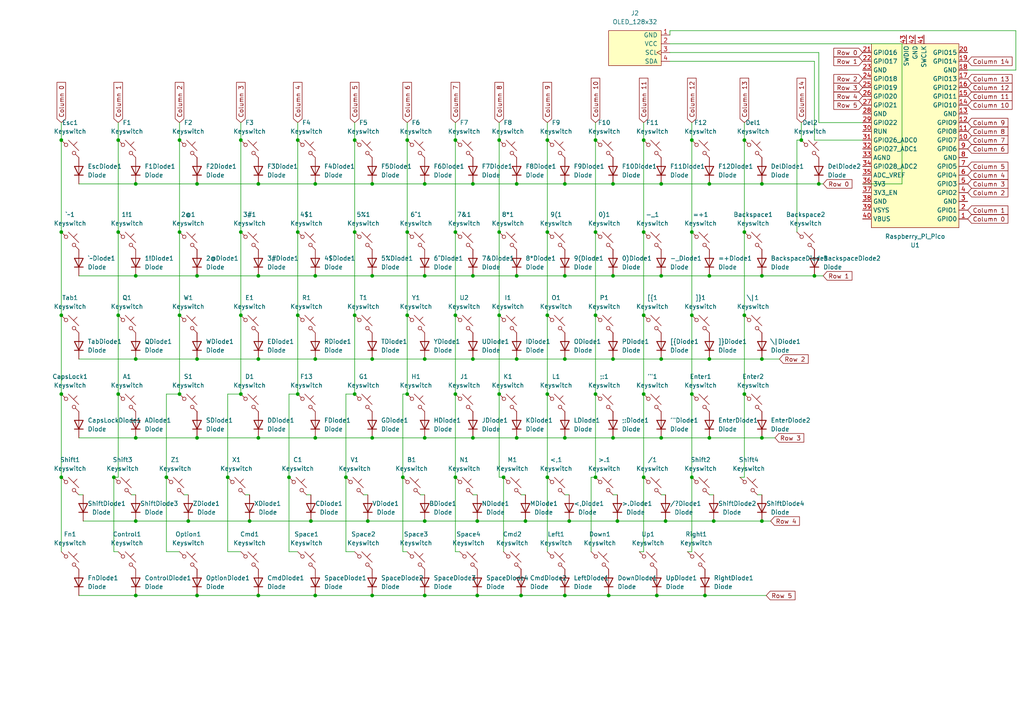
<source format=kicad_sch>
(kicad_sch (version 20231120) (generator "eeschema") (generator_version "8.0")
  (paper "A4")
  (junction (at 86.36 40.64))
  (junction (at 163.83 172.72))
  (junction (at 90.17 151.13))
  (junction (at 91.44 172.72))
  (junction (at 215.9 67.31))
  (junction (at 74.93 172.72))
  (junction (at 17.78 138.43))
  (junction (at 137.16 127))
  (junction (at 39.37 80.01))
  (junction (at 177.8 127))
  (junction (at 118.11 91.44))
  (junction (at 52.07 114.3))
  (junction (at 236.22 80.01))
  (junction (at 17.78 67.31))
  (junction (at 220.98 127))
  (junction (at 177.8 104.14))
  (junction (at 132.08 91.44))
  (junction (at 190.5 172.72))
  (junction (at 57.15 80.01))
  (junction (at 83.82 138.43))
  (junction (at 52.07 91.44))
  (junction (at 100.33 138.43))
  (junction (at 149.86 80.01))
  (junction (at 191.77 80.01))
  (junction (at 123.19 172.72))
  (junction (at 39.37 127))
  (junction (at 191.77 53.34))
  (junction (at 200.66 138.43))
  (junction (at 107.95 53.34))
  (junction (at 34.29 67.31))
  (junction (at 57.15 127))
  (junction (at 163.83 127))
  (junction (at 149.86 53.34))
  (junction (at 123.19 104.14))
  (junction (at 215.9 91.44))
  (junction (at 116.84 138.43))
  (junction (at 205.74 127))
  (junction (at 107.95 104.14))
  (junction (at 66.04 138.43))
  (junction (at 152.4 151.13))
  (junction (at 186.69 91.44))
  (junction (at 123.19 127))
  (junction (at 86.36 67.31))
  (junction (at 57.15 172.72))
  (junction (at 200.66 40.64))
  (junction (at 137.16 104.14))
  (junction (at 91.44 80.01))
  (junction (at 144.78 114.3))
  (junction (at 163.83 53.34))
  (junction (at 158.75 138.43))
  (junction (at 57.15 104.14))
  (junction (at 138.43 172.72))
  (junction (at 102.87 67.31))
  (junction (at 158.75 67.31))
  (junction (at 57.15 53.34))
  (junction (at 137.16 80.01))
  (junction (at 232.41 40.64))
  (junction (at 204.47 172.72))
  (junction (at 39.37 172.72))
  (junction (at 69.85 67.31))
  (junction (at 191.77 104.14))
  (junction (at 69.85 40.64))
  (junction (at 52.07 67.31))
  (junction (at 86.36 114.3))
  (junction (at 146.05 138.43))
  (junction (at 237.49 53.34))
  (junction (at 118.11 67.31))
  (junction (at 215.9 40.64))
  (junction (at 205.74 53.34))
  (junction (at 220.98 151.13))
  (junction (at 118.11 40.64))
  (junction (at 205.74 104.14))
  (junction (at 132.08 67.31))
  (junction (at 33.02 138.43))
  (junction (at 39.37 53.34))
  (junction (at 186.69 114.3))
  (junction (at 69.85 114.3))
  (junction (at 220.98 104.14))
  (junction (at 149.86 127))
  (junction (at 132.08 40.64))
  (junction (at 144.78 40.64))
  (junction (at 106.68 151.13))
  (junction (at 102.87 40.64))
  (junction (at 177.8 53.34))
  (junction (at 172.72 40.64))
  (junction (at 48.26 138.43))
  (junction (at 39.37 151.13))
  (junction (at 200.66 91.44))
  (junction (at 186.69 67.31))
  (junction (at 74.93 53.34))
  (junction (at 91.44 104.14))
  (junction (at 144.78 91.44))
  (junction (at 176.53 172.72))
  (junction (at 220.98 53.34))
  (junction (at 207.01 151.13))
  (junction (at 102.87 114.3))
  (junction (at 138.43 151.13))
  (junction (at 215.9 114.3))
  (junction (at 200.66 114.3))
  (junction (at 144.78 67.31))
  (junction (at 107.95 172.72))
  (junction (at 151.13 172.72))
  (junction (at 172.72 138.43))
  (junction (at 123.19 151.13))
  (junction (at 74.93 80.01))
  (junction (at 165.1 151.13))
  (junction (at 123.19 53.34))
  (junction (at 158.75 40.64))
  (junction (at 91.44 53.34))
  (junction (at 118.11 114.3))
  (junction (at 123.19 80.01))
  (junction (at 34.29 40.64))
  (junction (at 72.39 151.13))
  (junction (at 54.61 151.13))
  (junction (at 191.77 127))
  (junction (at 172.72 114.3))
  (junction (at 17.78 114.3))
  (junction (at 52.07 40.64))
  (junction (at 205.74 80.01))
  (junction (at 149.86 104.14))
  (junction (at 34.29 91.44))
  (junction (at 86.36 91.44))
  (junction (at 193.04 151.13))
  (junction (at 200.66 67.31))
  (junction (at 107.95 127))
  (junction (at 107.95 80.01))
  (junction (at 17.78 40.64))
  (junction (at 163.83 80.01))
  (junction (at 74.93 127))
  (junction (at 177.8 80.01))
  (junction (at 163.83 104.14))
  (junction (at 132.08 114.3))
  (junction (at 172.72 67.31))
  (junction (at 172.72 91.44))
  (junction (at 179.07 151.13))
  (junction (at 102.87 91.44))
  (junction (at 220.98 80.01))
  (junction (at 34.29 114.3))
  (junction (at 91.44 127))
  (junction (at 186.69 40.64))
  (junction (at 39.37 104.14))
  (junction (at 158.75 91.44))
  (junction (at 137.16 53.34))
  (junction (at 69.85 91.44))
  (junction (at 186.69 138.43))
  (junction (at 74.93 104.14))
  (junction (at 158.75 114.3))
  (junction (at 132.08 138.43))
  (junction (at 17.78 91.44))
  (wire (pts (xy 137.16 53.34) (xy 149.86 53.34)))
  (wire (pts (xy 158.75 91.44) (xy 158.75 114.3)))
  (wire (pts (xy 220.98 53.34) (xy 237.49 53.34)))
  (wire (pts (xy 294.64 8.89) (xy 194.31 8.89)))
  (wire (pts (xy 232.41 35.56) (xy 232.41 40.64)))
  (wire (pts (xy 236.22 40.64) (xy 250.19 40.64)))
  (wire (pts (xy 83.82 114.3) (xy 86.36 114.3)))
  (wire (pts (xy 158.75 35.56) (xy 158.75 40.64)))
  (wire (pts (xy 238.76 80.01) (xy 236.22 80.01)))
  (wire (pts (xy 52.07 67.31) (xy 52.07 91.44)))
  (wire (pts (xy 107.95 104.14) (xy 123.19 104.14)))
  (wire (pts (xy 219.71 143.51) (xy 220.98 143.51)))
  (wire (pts (xy 102.87 40.64) (xy 102.87 67.31)))
  (wire (pts (xy 220.98 151.13) (xy 223.52 151.13)))
  (wire (pts (xy 177.8 143.51) (xy 179.07 143.51)))
  (wire (pts (xy 17.78 114.3) (xy 17.78 138.43)))
  (wire (pts (xy 52.07 35.56) (xy 52.07 40.64)))
  (wire (pts (xy 105.41 143.51) (xy 106.68 143.51)))
  (wire (pts (xy 132.08 160.02) (xy 133.35 160.02)))
  (wire (pts (xy 86.36 67.31) (xy 86.36 91.44)))
  (wire (pts (xy 57.15 127) (xy 74.93 127)))
  (wire (pts (xy 215.9 138.43) (xy 214.63 138.43)))
  (wire (pts (xy 17.78 67.31) (xy 17.78 91.44)))
  (wire (pts (xy 39.37 104.14) (xy 57.15 104.14)))
  (wire (pts (xy 186.69 160.02) (xy 185.42 160.02)))
  (wire (pts (xy 57.15 172.72) (xy 74.93 172.72)))
  (wire (pts (xy 100.33 138.43) (xy 100.33 160.02)))
  (wire (pts (xy 39.37 151.13) (xy 54.61 151.13)))
  (wire (pts (xy 215.9 35.56) (xy 215.9 40.64)))
  (wire (pts (xy 215.9 40.64) (xy 215.9 67.31)))
  (wire (pts (xy 54.61 151.13) (xy 72.39 151.13)))
  (wire (pts (xy 193.04 151.13) (xy 179.07 151.13)))
  (wire (pts (xy 57.15 80.01) (xy 74.93 80.01)))
  (wire (pts (xy 86.36 35.56) (xy 86.36 40.64)))
  (wire (pts (xy 280.67 20.32) (xy 294.64 20.32)))
  (wire (pts (xy 132.08 114.3) (xy 132.08 138.43)))
  (wire (pts (xy 261.62 53.34) (xy 261.62 12.7)))
  (wire (pts (xy 236.22 80.01) (xy 220.98 80.01)))
  (wire (pts (xy 88.9 143.51) (xy 90.17 143.51)))
  (wire (pts (xy 172.72 35.56) (xy 172.72 40.64)))
  (wire (pts (xy 100.33 160.02) (xy 102.87 160.02)))
  (wire (pts (xy 69.85 67.31) (xy 69.85 91.44)))
  (wire (pts (xy 237.49 53.34) (xy 238.76 53.34)))
  (wire (pts (xy 151.13 143.51) (xy 152.4 143.51)))
  (wire (pts (xy 158.75 138.43) (xy 158.75 160.02)))
  (wire (pts (xy 176.53 172.72) (xy 190.5 172.72)))
  (wire (pts (xy 118.11 160.02) (xy 116.84 160.02)))
  (wire (pts (xy 177.8 53.34) (xy 191.77 53.34)))
  (wire (pts (xy 123.19 127) (xy 137.16 127)))
  (wire (pts (xy 152.4 151.13) (xy 165.1 151.13)))
  (wire (pts (xy 144.78 67.31) (xy 144.78 91.44)))
  (wire (pts (xy 215.9 67.31) (xy 215.9 91.44)))
  (wire (pts (xy 66.04 114.3) (xy 69.85 114.3)))
  (wire (pts (xy 116.84 114.3) (xy 118.11 114.3)))
  (wire (pts (xy 74.93 80.01) (xy 91.44 80.01)))
  (wire (pts (xy 116.84 138.43) (xy 116.84 114.3)))
  (wire (pts (xy 102.87 91.44) (xy 102.87 114.3)))
  (wire (pts (xy 163.83 53.34) (xy 177.8 53.34)))
  (wire (pts (xy 123.19 80.01) (xy 137.16 80.01)))
  (wire (pts (xy 177.8 127) (xy 191.77 127)))
  (wire (pts (xy 132.08 91.44) (xy 132.08 114.3)))
  (wire (pts (xy 158.75 114.3) (xy 158.75 138.43)))
  (wire (pts (xy 200.66 160.02) (xy 199.39 160.02)))
  (wire (pts (xy 250.19 53.34) (xy 261.62 53.34)))
  (wire (pts (xy 132.08 138.43) (xy 132.08 160.02)))
  (wire (pts (xy 163.83 127) (xy 177.8 127)))
  (wire (pts (xy 123.19 172.72) (xy 138.43 172.72)))
  (wire (pts (xy 220.98 127) (xy 224.79 127)))
  (wire (pts (xy 52.07 91.44) (xy 52.07 114.3)))
  (wire (pts (xy 226.06 104.14) (xy 220.98 104.14)))
  (wire (pts (xy 205.74 104.14) (xy 220.98 104.14)))
  (wire (pts (xy 91.44 104.14) (xy 107.95 104.14)))
  (wire (pts (xy 146.05 138.43) (xy 146.05 160.02)))
  (wire (pts (xy 191.77 127) (xy 205.74 127)))
  (wire (pts (xy 149.86 80.01) (xy 163.83 80.01)))
  (wire (pts (xy 177.8 80.01) (xy 191.77 80.01)))
  (wire (pts (xy 74.93 53.34) (xy 91.44 53.34)))
  (wire (pts (xy 172.72 91.44) (xy 172.72 114.3)))
  (wire (pts (xy 102.87 35.56) (xy 102.87 40.64)))
  (wire (pts (xy 207.01 151.13) (xy 220.98 151.13)))
  (wire (pts (xy 171.45 138.43) (xy 172.72 138.43)))
  (wire (pts (xy 158.75 67.31) (xy 158.75 91.44)))
  (wire (pts (xy 200.66 114.3) (xy 200.66 138.43)))
  (wire (pts (xy 132.08 67.31) (xy 132.08 91.44)))
  (wire (pts (xy 205.74 80.01) (xy 220.98 80.01)))
  (wire (pts (xy 144.78 40.64) (xy 144.78 67.31)))
  (wire (pts (xy 144.78 91.44) (xy 144.78 114.3)))
  (wire (pts (xy 194.31 17.78) (xy 236.22 17.78)))
  (wire (pts (xy 17.78 40.64) (xy 17.78 67.31)))
  (wire (pts (xy 294.64 20.32) (xy 294.64 8.89)))
  (wire (pts (xy 151.13 172.72) (xy 163.83 172.72)))
  (wire (pts (xy 190.5 172.72) (xy 204.47 172.72)))
  (wire (pts (xy 34.29 67.31) (xy 34.29 91.44)))
  (wire (pts (xy 186.69 67.31) (xy 186.69 91.44)))
  (wire (pts (xy 200.66 67.31) (xy 200.66 91.44)))
  (wire (pts (xy 121.92 143.51) (xy 123.19 143.51)))
  (wire (pts (xy 48.26 138.43) (xy 48.26 114.3)))
  (wire (pts (xy 22.86 143.51) (xy 24.13 143.51)))
  (wire (pts (xy 138.43 151.13) (xy 152.4 151.13)))
  (wire (pts (xy 149.86 104.14) (xy 163.83 104.14)))
  (wire (pts (xy 137.16 104.14) (xy 149.86 104.14)))
  (wire (pts (xy 200.66 91.44) (xy 200.66 114.3)))
  (wire (pts (xy 83.82 138.43) (xy 83.82 160.02)))
  (wire (pts (xy 237.49 15.24) (xy 194.31 15.24)))
  (wire (pts (xy 48.26 138.43) (xy 48.26 160.02)))
  (wire (pts (xy 144.78 114.3) (xy 144.78 138.43)))
  (wire (pts (xy 186.69 35.56) (xy 186.69 40.64)))
  (wire (pts (xy 118.11 67.31) (xy 118.11 91.44)))
  (wire (pts (xy 194.31 8.89) (xy 194.31 10.16)))
  (wire (pts (xy 53.34 143.51) (xy 54.61 143.51)))
  (wire (pts (xy 17.78 91.44) (xy 17.78 114.3)))
  (wire (pts (xy 72.39 151.13) (xy 90.17 151.13)))
  (wire (pts (xy 186.69 40.64) (xy 186.69 67.31)))
  (wire (pts (xy 34.29 114.3) (xy 34.29 138.43)))
  (wire (pts (xy 91.44 80.01) (xy 107.95 80.01)))
  (wire (pts (xy 132.08 35.56) (xy 132.08 40.64)))
  (wire (pts (xy 237.49 35.56) (xy 237.49 15.24)))
  (wire (pts (xy 231.14 67.31) (xy 231.14 40.64)))
  (wire (pts (xy 22.86 127) (xy 39.37 127)))
  (wire (pts (xy 215.9 114.3) (xy 215.9 138.43)))
  (wire (pts (xy 22.86 172.72) (xy 39.37 172.72)))
  (wire (pts (xy 91.44 172.72) (xy 107.95 172.72)))
  (wire (pts (xy 215.9 91.44) (xy 215.9 114.3)))
  (wire (pts (xy 205.74 143.51) (xy 207.01 143.51)))
  (wire (pts (xy 69.85 91.44) (xy 69.85 114.3)))
  (wire (pts (xy 191.77 143.51) (xy 193.04 143.51)))
  (wire (pts (xy 107.95 127) (xy 123.19 127)))
  (wire (pts (xy 83.82 138.43) (xy 83.82 114.3)))
  (wire (pts (xy 191.77 80.01) (xy 205.74 80.01)))
  (wire (pts (xy 137.16 127) (xy 149.86 127)))
  (wire (pts (xy 74.93 127) (xy 91.44 127)))
  (wire (pts (xy 144.78 35.56) (xy 144.78 40.64)))
  (wire (pts (xy 106.68 151.13) (xy 123.19 151.13)))
  (wire (pts (xy 191.77 104.14) (xy 205.74 104.14)))
  (wire (pts (xy 149.86 127) (xy 163.83 127)))
  (wire (pts (xy 34.29 138.43) (xy 33.02 138.43)))
  (wire (pts (xy 137.16 80.01) (xy 149.86 80.01)))
  (wire (pts (xy 123.19 151.13) (xy 138.43 151.13)))
  (wire (pts (xy 91.44 53.34) (xy 107.95 53.34)))
  (wire (pts (xy 172.72 67.31) (xy 172.72 91.44)))
  (wire (pts (xy 107.95 172.72) (xy 123.19 172.72)))
  (wire (pts (xy 48.26 160.02) (xy 52.07 160.02)))
  (wire (pts (xy 137.16 143.51) (xy 138.43 143.51)))
  (wire (pts (xy 38.1 143.51) (xy 39.37 143.51)))
  (wire (pts (xy 204.47 172.72) (xy 222.25 172.72)))
  (wire (pts (xy 118.11 40.64) (xy 118.11 67.31)))
  (wire (pts (xy 74.93 172.72) (xy 91.44 172.72)))
  (wire (pts (xy 118.11 91.44) (xy 118.11 114.3)))
  (wire (pts (xy 179.07 151.13) (xy 165.1 151.13)))
  (wire (pts (xy 39.37 53.34) (xy 57.15 53.34)))
  (wire (pts (xy 158.75 40.64) (xy 158.75 67.31)))
  (wire (pts (xy 100.33 114.3) (xy 100.33 138.43)))
  (wire (pts (xy 163.83 143.51) (xy 165.1 143.51)))
  (wire (pts (xy 261.62 12.7) (xy 194.31 12.7)))
  (wire (pts (xy 116.84 160.02) (xy 116.84 138.43)))
  (wire (pts (xy 71.12 143.51) (xy 72.39 143.51)))
  (wire (pts (xy 66.04 138.43) (xy 66.04 114.3)))
  (wire (pts (xy 52.07 40.64) (xy 52.07 67.31)))
  (wire (pts (xy 123.19 104.14) (xy 137.16 104.14)))
  (wire (pts (xy 123.19 53.34) (xy 137.16 53.34)))
  (wire (pts (xy 193.04 151.13) (xy 207.01 151.13)))
  (wire (pts (xy 146.05 138.43) (xy 144.78 138.43)))
  (wire (pts (xy 86.36 91.44) (xy 86.36 114.3)))
  (wire (pts (xy 17.78 138.43) (xy 17.78 160.02)))
  (wire (pts (xy 132.08 40.64) (xy 132.08 67.31)))
  (wire (pts (xy 66.04 160.02) (xy 69.85 160.02)))
  (wire (pts (xy 163.83 172.72) (xy 176.53 172.72)))
  (wire (pts (xy 186.69 91.44) (xy 186.69 114.3)))
  (wire (pts (xy 57.15 53.34) (xy 74.93 53.34)))
  (wire (pts (xy 34.29 40.64) (xy 34.29 67.31)))
  (wire (pts (xy 57.15 104.14) (xy 74.93 104.14)))
  (wire (pts (xy 102.87 114.3) (xy 100.33 114.3)))
  (wire (pts (xy 163.83 80.01) (xy 177.8 80.01)))
  (wire (pts (xy 83.82 160.02) (xy 86.36 160.02)))
  (wire (pts (xy 118.11 35.56) (xy 118.11 40.64)))
  (wire (pts (xy 250.19 35.56) (xy 237.49 35.56)))
  (wire (pts (xy 172.72 114.3) (xy 172.72 138.43)))
  (wire (pts (xy 177.8 104.14) (xy 191.77 104.14)))
  (wire (pts (xy 205.74 53.34) (xy 220.98 53.34)))
  (wire (pts (xy 33.02 138.43) (xy 33.02 160.02)))
  (wire (pts (xy 172.72 40.64) (xy 172.72 67.31)))
  (wire (pts (xy 22.86 104.14) (xy 39.37 104.14)))
  (wire (pts (xy 24.13 151.13) (xy 39.37 151.13)))
  (wire (pts (xy 74.93 104.14) (xy 91.44 104.14)))
  (wire (pts (xy 48.26 114.3) (xy 52.07 114.3)))
  (wire (pts (xy 200.66 138.43) (xy 200.66 160.02)))
  (wire (pts (xy 236.22 17.78) (xy 236.22 40.64)))
  (wire (pts (xy 186.69 114.3) (xy 186.69 138.43)))
  (wire (pts (xy 90.17 151.13) (xy 106.68 151.13)))
  (wire (pts (xy 171.45 160.02) (xy 171.45 138.43)))
  (wire (pts (xy 107.95 53.34) (xy 123.19 53.34)))
  (wire (pts (xy 149.86 53.34) (xy 163.83 53.34)))
  (wire (pts (xy 39.37 80.01) (xy 57.15 80.01)))
  (wire (pts (xy 34.29 91.44) (xy 34.29 114.3)))
  (wire (pts (xy 69.85 35.56) (xy 69.85 40.64)))
  (wire (pts (xy 91.44 127) (xy 107.95 127)))
  (wire (pts (xy 66.04 138.43) (xy 66.04 160.02)))
  (wire (pts (xy 33.02 160.02) (xy 34.29 160.02)))
  (wire (pts (xy 138.43 172.72) (xy 151.13 172.72)))
  (wire (pts (xy 191.77 53.34) (xy 205.74 53.34)))
  (wire (pts (xy 200.66 40.64) (xy 200.66 67.31)))
  (wire (pts (xy 163.83 104.14) (xy 177.8 104.14)))
  (wire (pts (xy 86.36 40.64) (xy 86.36 67.31)))
  (wire (pts (xy 102.87 67.31) (xy 102.87 91.44)))
  (wire (pts (xy 107.95 80.01) (xy 123.19 80.01)))
  (wire (pts (xy 69.85 40.64) (xy 69.85 67.31)))
  (wire (pts (xy 17.78 35.56) (xy 17.78 40.64)))
  (wire (pts (xy 39.37 172.72) (xy 57.15 172.72)))
  (wire (pts (xy 231.14 40.64) (xy 232.41 40.64)))
  (wire (pts (xy 22.86 53.34) (xy 39.37 53.34)))
  (wire (pts (xy 22.86 80.01) (xy 39.37 80.01)))
  (wire (pts (xy 186.69 138.43) (xy 186.69 160.02)))
  (wire (pts (xy 205.74 127) (xy 220.98 127)))
  (wire (pts (xy 200.66 35.56) (xy 200.66 40.64)))
  (wire (pts (xy 39.37 127) (xy 57.15 127)))
  (wire (pts (xy 34.29 35.56) (xy 34.29 40.64)))
  (global_label "Column 5" (shape input) (at 102.87 35.56 90) (property "Intersheetrefs" "${INTERSHEET_REFS}" (effects (hide yes))))
  (global_label "Row 0" (shape input) (at 250.19 15.24 180) (property "Intersheetrefs" "${INTERSHEET_REFS}" (effects (hide yes))))
  (global_label "Column 13" (shape input) (at 215.9 35.56 90) (property "Intersheetrefs" "${INTERSHEET_REFS}" (effects (hide yes))))
  (global_label "Column 8" (shape input) (at 144.78 35.56 90) (property "Intersheetrefs" "${INTERSHEET_REFS}" (effects (hide yes))))
  (global_label "Column 12" (shape input) (at 280.67 25.4 0) (property "Intersheetrefs" "${INTERSHEET_REFS}" (effects (hide yes))))
  (global_label "Column 10" (shape input) (at 280.67 30.48 0) (property "Intersheetrefs" "${INTERSHEET_REFS}" (effects (hide yes))))
  (global_label "Row 4" (shape input) (at 250.19 27.94 180) (property "Intersheetrefs" "${INTERSHEET_REFS}" (effects (hide yes))))
  (global_label "Row 1" (shape input) (at 250.19 17.78 180) (property "Intersheetrefs" "${INTERSHEET_REFS}" (effects (hide yes))))
  (global_label "Column 2" (shape input) (at 280.67 55.88 0) (property "Intersheetrefs" "${INTERSHEET_REFS}" (effects (hide yes))))
  (global_label "Column 14" (shape input) (at 280.67 17.78 0) (property "Intersheetrefs" "${INTERSHEET_REFS}" (effects (hide yes))))
  (global_label "Column 4" (shape input) (at 86.36 35.56 90) (property "Intersheetrefs" "${INTERSHEET_REFS}" (effects (hide yes))))
  (global_label "Column 6" (shape input) (at 118.11 35.56 90) (property "Intersheetrefs" "${INTERSHEET_REFS}" (effects (hide yes))))
  (global_label "Column 0" (shape input) (at 17.78 35.56 90) (property "Intersheetrefs" "${INTERSHEET_REFS}" (effects (hide yes))))
  (global_label "Column 2" (shape input) (at 52.07 35.56 90) (property "Intersheetrefs" "${INTERSHEET_REFS}" (effects (hide yes))))
  (global_label "Row 1" (shape input) (at 238.76 80.01 0) (property "Intersheetrefs" "${INTERSHEET_REFS}" (effects (hide yes))))
  (global_label "Row 2" (shape input) (at 250.19 22.86 180) (property "Intersheetrefs" "${INTERSHEET_REFS}" (effects (hide yes))))
  (global_label "Row 3" (shape input) (at 224.79 127 0) (property "Intersheetrefs" "${INTERSHEET_REFS}" (effects (hide yes))))
  (global_label "Column 8" (shape input) (at 280.67 38.1 0) (property "Intersheetrefs" "${INTERSHEET_REFS}" (effects (hide yes))))
  (global_label "Column 3" (shape input) (at 280.67 53.34 0) (property "Intersheetrefs" "${INTERSHEET_REFS}" (effects (hide yes))))
  (global_label "Row 3" (shape input) (at 250.19 25.4 180) (property "Intersheetrefs" "${INTERSHEET_REFS}" (effects (hide yes))))
  (global_label "Column 11" (shape input) (at 186.69 35.56 90) (property "Intersheetrefs" "${INTERSHEET_REFS}" (effects (hide yes))))
  (global_label "Column 13" (shape input) (at 280.67 22.86 0) (property "Intersheetrefs" "${INTERSHEET_REFS}" (effects (hide yes))))
  (global_label "Column 10" (shape input) (at 172.72 35.56 90) (property "Intersheetrefs" "${INTERSHEET_REFS}" (effects (hide yes))))
  (global_label "Column 7" (shape input) (at 132.08 35.56 90) (property "Intersheetrefs" "${INTERSHEET_REFS}" (effects (hide yes))))
  (global_label "Column 14" (shape input) (at 232.41 35.56 90) (property "Intersheetrefs" "${INTERSHEET_REFS}" (effects (hide yes))))
  (global_label "Column 12" (shape input) (at 200.66 35.56 90) (property "Intersheetrefs" "${INTERSHEET_REFS}" (effects (hide yes))))
  (global_label "Column 11" (shape input) (at 280.67 27.94 0) (property "Intersheetrefs" "${INTERSHEET_REFS}" (effects (hide yes))))
  (global_label "Row 2" (shape input) (at 226.06 104.14 0) (property "Intersheetrefs" "${INTERSHEET_REFS}" (effects (hide yes))))
  (global_label "Column 4" (shape input) (at 280.67 50.8 0) (property "Intersheetrefs" "${INTERSHEET_REFS}" (effects (hide yes))))
  (global_label "Column 7" (shape input) (at 280.67 40.64 0) (property "Intersheetrefs" "${INTERSHEET_REFS}" (effects (hide yes))))
  (global_label "Row 5" (shape input) (at 250.19 30.48 180) (property "Intersheetrefs" "${INTERSHEET_REFS}" (effects (hide yes))))
  (global_label "Column 3" (shape input) (at 69.85 35.56 90) (property "Intersheetrefs" "${INTERSHEET_REFS}" (effects (hide yes))))
  (global_label "Row 4" (shape input) (at 223.52 151.13 0) (property "Intersheetrefs" "${INTERSHEET_REFS}" (effects (hide yes))))
  (global_label "Column 9" (shape input) (at 158.75 35.56 90) (property "Intersheetrefs" "${INTERSHEET_REFS}" (effects (hide yes))))
  (global_label "Column 1" (shape input) (at 280.67 60.96 0) (property "Intersheetrefs" "${INTERSHEET_REFS}" (effects (hide yes))))
  (global_label "Column 5" (shape input) (at 280.67 48.26 0) (property "Intersheetrefs" "${INTERSHEET_REFS}" (effects (hide yes))))
  (global_label "Row 5" (shape input) (at 222.25 172.72 0) (property "Intersheetrefs" "${INTERSHEET_REFS}" (effects (hide yes))))
  (global_label "Column 1" (shape input) (at 34.29 35.56 90) (property "Intersheetrefs" "${INTERSHEET_REFS}" (effects (hide yes))))
  (global_label "Column 0" (shape input) (at 280.67 63.5 0) (property "Intersheetrefs" "${INTERSHEET_REFS}" (effects (hide yes))))
  (global_label "Column 6" (shape input) (at 280.67 43.18 0) (property "Intersheetrefs" "${INTERSHEET_REFS}" (effects (hide yes))))
  (global_label "Column 9" (shape input) (at 280.67 35.56 0) (property "Intersheetrefs" "${INTERSHEET_REFS}" (effects (hide yes))))
  (global_label "Row 0" (shape input) (at 238.76 53.34 0) (property "Intersheetrefs" "${INTERSHEET_REFS}" (effects (hide yes))))
  (symbol (lib_id "SCOTTO_KICAD_SYMBOLS:Placeholder_Keyswitch") (at 88.9 69.85 0) (unit 1)
    (property "Reference" "4$1" (at 88.9 62.23 0))
    (property "Value" "Keyswitch" (at 88.9 64.77 0))
    (property "Footprint" "ScottoKeebs_Hotswap:Hotswap_Choc_V1_1.00u" (effects (hide yes)))
    (property "Description" "Push button switch, normally open, two pins, 45° tilted" (effects (hide yes)))
  )
  (symbol (lib_id "SCOTTO_KICAD_SYMBOLS:Placeholder_Diode") (at 22.86 123.19 90) (unit 1)
    (property "Reference" "CapsLockDiode1" (at 25.4 121.9199 90) (effects (justify right)))
    (property "Value" "Diode" (at 25.4 124.4599 90) (effects (justify right)))
    (property "Footprint" "ScottoKeebs_Components:Diode_DO-35" (effects (hide yes)))
    (property "Description" "1N4148 (DO-35) or 1N4148W (SOD-123)" (effects (hide yes)))
    (property "Sim.Device" "D" (effects (hide yes)))
    (property "Sim.Pins" "1=K 2=A" (effects (hide yes)))
  )
  (symbol (lib_id "SCOTTO_KICAD_SYMBOLS:Placeholder_Keyswitch") (at 54.61 43.18 0) (unit 1)
    (property "Reference" "F2" (at 54.61 35.56 0))
    (property "Value" "Keyswitch" (at 54.61 38.1 0))
    (property "Footprint" "ScottoKeebs_Hotswap:Hotswap_Choc_V1_1.00u" (effects (hide yes)))
    (property "Description" "Push button switch, normally open, two pins, 45° tilted" (effects (hide yes)))
  )
  (symbol (lib_id "SCOTTO_KICAD_SYMBOLS:Placeholder_Keyswitch") (at 134.62 140.97 0) (unit 1)
    (property "Reference" "N1" (at 134.62 133.35 0))
    (property "Value" "Keyswitch" (at 134.62 135.89 0))
    (property "Footprint" "ScottoKeebs_Hotswap:Hotswap_Choc_V1_1.00u" (effects (hide yes)))
    (property "Description" "Push button switch, normally open, two pins, 45° tilted" (effects (hide yes)))
  )
  (symbol (lib_id "SCOTTO_KICAD_SYMBOLS:Placeholder_Diode") (at 91.44 49.53 90) (unit 1)
    (property "Reference" "F4Diode1" (at 93.98 48.2599 90) (effects (justify right)))
    (property "Value" "Diode" (at 93.98 50.7999 90) (effects (justify right)))
    (property "Footprint" "ScottoKeebs_Components:Diode_DO-35" (effects (hide yes)))
    (property "Description" "1N4148 (DO-35) or 1N4148W (SOD-123)" (effects (hide yes)))
    (property "Sim.Device" "D" (effects (hide yes)))
    (property "Sim.Pins" "1=K 2=A" (effects (hide yes)))
  )
  (symbol (lib_id "SCOTTO_KICAD_SYMBOLS:Placeholder_Diode") (at 177.8 100.33 90) (unit 1)
    (property "Reference" "PDiode1" (at 180.34 99.0599 90) (effects (justify right)))
    (property "Value" "Diode" (at 180.34 101.5999 90) (effects (justify right)))
    (property "Footprint" "ScottoKeebs_Components:Diode_DO-35" (effects (hide yes)))
    (property "Description" "1N4148 (DO-35) or 1N4148W (SOD-123)" (effects (hide yes)))
    (property "Sim.Device" "D" (effects (hide yes)))
    (property "Sim.Pins" "1=K 2=A" (effects (hide yes)))
  )
  (symbol (lib_id "SCOTTO_KICAD_SYMBOLS:Placeholder_Keyswitch") (at 147.32 69.85 0) (unit 1)
    (property "Reference" "8*1" (at 147.32 62.23 0))
    (property "Value" "Keyswitch" (at 147.32 64.77 0))
    (property "Footprint" "ScottoKeebs_Hotswap:Hotswap_Choc_V1_1.00u" (effects (hide yes)))
    (property "Description" "Push button switch, normally open, two pins, 45° tilted" (effects (hide yes)))
  )
  (symbol (lib_id "SCOTTO_KICAD_SYMBOLS:Placeholder_Keyswitch") (at 233.68 69.85 0) (unit 1)
    (property "Reference" "Backspace2" (at 233.68 62.23 0))
    (property "Value" "Keyswitch" (at 233.68 64.77 0))
    (property "Footprint" "ScottoKeebs_Hotswap:Hotswap_Choc_V1_1.00u" (effects (hide yes)))
    (property "Description" "Push button switch, normally open, two pins, 45° tilted" (effects (hide yes)))
  )
  (symbol (lib_id "SCOTTO_KICAD_SYMBOLS:Placeholder_Diode") (at 149.86 100.33 90) (unit 1)
    (property "Reference" "IDiode1" (at 152.4 99.0599 90) (effects (justify right)))
    (property "Value" "Diode" (at 152.4 101.5999 90) (effects (justify right)))
    (property "Footprint" "ScottoKeebs_Components:Diode_DO-35" (effects (hide yes)))
    (property "Description" "1N4148 (DO-35) or 1N4148W (SOD-123)" (effects (hide yes)))
    (property "Sim.Device" "D" (effects (hide yes)))
    (property "Sim.Pins" "1=K 2=A" (effects (hide yes)))
  )
  (symbol (lib_id "SCOTTO_KICAD_SYMBOLS:Placeholder_Keyswitch") (at 189.23 69.85 0) (unit 1)
    (property "Reference" "-_1" (at 189.23 62.23 0))
    (property "Value" "Keyswitch" (at 189.23 64.77 0))
    (property "Footprint" "ScottoKeebs_Hotswap:Hotswap_Choc_V1_1.00u" (effects (hide yes)))
    (property "Description" "Push button switch, normally open, two pins, 45° tilted" (effects (hide yes)))
  )
  (symbol (lib_id "SCOTTO_KICAD_SYMBOLS:Placeholder_Keyswitch") (at 88.9 93.98 0) (unit 1)
    (property "Reference" "R1" (at 88.9 86.36 0))
    (property "Value" "Keyswitch" (at 88.9 88.9 0))
    (property "Footprint" "ScottoKeebs_Hotswap:Hotswap_Choc_V1_1.00u" (effects (hide yes)))
    (property "Description" "Push button switch, normally open, two pins, 45° tilted" (effects (hide yes)))
  )
  (symbol (lib_id "SCOTTO_KICAD_SYMBOLS:Placeholder_Diode") (at 123.19 147.32 90) (unit 1)
    (property "Reference" "BDiode1" (at 124.46 146.0499 90) (effects (justify right)))
    (property "Value" "Diode" (at 125.73 148.5899 90) (effects (justify right)))
    (property "Footprint" "ScottoKeebs_Components:Diode_DO-35" (effects (hide yes)))
    (property "Description" "1N4148 (DO-35) or 1N4148W (SOD-123)" (effects (hide yes)))
    (property "Sim.Device" "D" (effects (hide yes)))
    (property "Sim.Pins" "1=K 2=A" (effects (hide yes)))
  )
  (symbol (lib_id "SCOTTO_KICAD_SYMBOLS:Placeholder_Diode") (at 137.16 100.33 90) (unit 1)
    (property "Reference" "UDiode1" (at 139.7 99.0599 90) (effects (justify right)))
    (property "Value" "Diode" (at 139.7 101.5999 90) (effects (justify right)))
    (property "Footprint" "ScottoKeebs_Components:Diode_DO-35" (effects (hide yes)))
    (property "Description" "1N4148 (DO-35) or 1N4148W (SOD-123)" (effects (hide yes)))
    (property "Sim.Device" "D" (effects (hide yes)))
    (property "Sim.Pins" "1=K 2=A" (effects (hide yes)))
  )
  (symbol (lib_id "SCOTTO_KICAD_SYMBOLS:Placeholder_Diode") (at 39.37 168.91 90) (unit 1)
    (property "Reference" "ControlDiode1" (at 41.91 167.6399 90) (effects (justify right)))
    (property "Value" "Diode" (at 41.91 170.1799 90) (effects (justify right)))
    (property "Footprint" "ScottoKeebs_Components:Diode_DO-35" (effects (hide yes)))
    (property "Description" "1N4148 (DO-35) or 1N4148W (SOD-123)" (effects (hide yes)))
    (property "Sim.Device" "D" (effects (hide yes)))
    (property "Sim.Pins" "1=K 2=A" (effects (hide yes)))
  )
  (symbol (lib_id "SCOTTO_KICAD_SYMBOLS:Placeholder_Keyswitch") (at 148.59 140.97 0) (unit 1)
    (property "Reference" "M1" (at 148.59 133.35 0))
    (property "Value" "Keyswitch" (at 148.59 135.89 0))
    (property "Footprint" "ScottoKeebs_Hotswap:Hotswap_Choc_V1_1.00u" (effects (hide yes)))
    (property "Description" "Push button switch, normally open, two pins, 45° tilted" (effects (hide yes)))
  )
  (symbol (lib_id "SCOTTO_KICAD_SYMBOLS:Placeholder_Diode") (at 107.95 49.53 90) (unit 1)
    (property "Reference" "F5Diode1" (at 110.49 48.2599 90) (effects (justify right)))
    (property "Value" "Diode" (at 110.49 50.7999 90) (effects (justify right)))
    (property "Footprint" "ScottoKeebs_Components:Diode_DO-35" (effects (hide yes)))
    (property "Description" "1N4148 (DO-35) or 1N4148W (SOD-123)" (effects (hide yes)))
    (property "Sim.Device" "D" (effects (hide yes)))
    (property "Sim.Pins" "1=K 2=A" (effects (hide yes)))
  )
  (symbol (lib_id "SCOTTO_KICAD_SYMBOLS:Placeholder_Keyswitch") (at 203.2 93.98 0) (unit 1)
    (property "Reference" "]}1" (at 203.2 86.36 0))
    (property "Value" "Keyswitch" (at 203.2 88.9 0))
    (property "Footprint" "ScottoKeebs_Hotswap:Hotswap_Choc_V1_1.00u" (effects (hide yes)))
    (property "Description" "Push button switch, normally open, two pins, 45° tilted" (effects (hide yes)))
  )
  (symbol (lib_id "SCOTTO_KICAD_SYMBOLS:Placeholder_Diode") (at 91.44 100.33 90) (unit 1)
    (property "Reference" "RDiode1" (at 93.98 99.0599 90) (effects (justify right)))
    (property "Value" "Diode" (at 93.98 101.5999 90) (effects (justify right)))
    (property "Footprint" "ScottoKeebs_Components:Diode_DO-35" (effects (hide yes)))
    (property "Description" "1N4148 (DO-35) or 1N4148W (SOD-123)" (effects (hide yes)))
    (property "Sim.Device" "D" (effects (hide yes)))
    (property "Sim.Pins" "1=K 2=A" (effects (hide yes)))
  )
  (symbol (lib_id "SCOTTO_KICAD_SYMBOLS:Placeholder_Keyswitch") (at 187.96 162.56 0) (unit 1)
    (property "Reference" "Up1" (at 187.96 154.94 0))
    (property "Value" "Keyswitch" (at 187.96 157.48 0))
    (property "Footprint" "ScottoKeebs_Hotswap:Hotswap_Choc_V1_1.00u" (effects (hide yes)))
    (property "Description" "Push button switch, normally open, two pins, 45° tilted" (effects (hide yes)))
  )
  (symbol (lib_id "SCOTTO_KICAD_SYMBOLS:Placeholder_Keyswitch") (at 20.32 162.56 0) (unit 1)
    (property "Reference" "Fn1" (at 20.32 154.94 0))
    (property "Value" "Keyswitch" (at 20.32 157.48 0))
    (property "Footprint" "ScottoKeebs_Hotswap:Hotswap_Choc_V1_1.00u" (effects (hide yes)))
    (property "Description" "Push button switch, normally open, two pins, 45° tilted" (effects (hide yes)))
  )
  (symbol (lib_id "SCOTTO_KICAD_SYMBOLS:Placeholder_Diode") (at 220.98 147.32 90) (unit 1)
    (property "Reference" "ShiftDiode4" (at 222.25 146.0499 90) (effects (justify right)))
    (property "Value" "Diode" (at 223.52 148.5899 90) (effects (justify right)))
    (property "Footprint" "ScottoKeebs_Components:Diode_DO-35" (effects (hide yes)))
    (property "Description" "1N4148 (DO-35) or 1N4148W (SOD-123)" (effects (hide yes)))
    (property "Sim.Device" "D" (effects (hide yes)))
    (property "Sim.Pins" "1=K 2=A" (effects (hide yes)))
  )
  (symbol (lib_id "SCOTTO_KICAD_SYMBOLS:Placeholder_Keyswitch") (at 68.58 140.97 0) (unit 1)
    (property "Reference" "X1" (at 68.58 133.35 0))
    (property "Value" "Keyswitch" (at 68.58 135.89 0))
    (property "Footprint" "ScottoKeebs_Hotswap:Hotswap_Choc_V1_1.00u" (effects (hide yes)))
    (property "Description" "Push button switch, normally open, two pins, 45° tilted" (effects (hide yes)))
  )
  (symbol (lib_id "SCOTTO_KICAD_SYMBOLS:Placeholder_Keyswitch") (at 72.39 69.85 0) (unit 1)
    (property "Reference" "3#1" (at 72.39 62.23 0))
    (property "Value" "Keyswitch" (at 72.39 64.77 0))
    (property "Footprint" "ScottoKeebs_Hotswap:Hotswap_Choc_V1_1.00u" (effects (hide yes)))
    (property "Description" "Push button switch, normally open, two pins, 45° tilted" (effects (hide yes)))
  )
  (symbol (lib_id "SCOTTO_KICAD_SYMBOLS:Placeholder_Diode") (at 177.8 123.19 90) (unit 1)
    (property "Reference" ";:Diode1" (at 180.34 121.9199 90) (effects (justify right)))
    (property "Value" "Diode" (at 180.34 124.4599 90) (effects (justify right)))
    (property "Footprint" "ScottoKeebs_Components:Diode_DO-35" (effects (hide yes)))
    (property "Description" "1N4148 (DO-35) or 1N4148W (SOD-123)" (effects (hide yes)))
    (property "Sim.Device" "D" (effects (hide yes)))
    (property "Sim.Pins" "1=K 2=A" (effects (hide yes)))
  )
  (symbol (lib_id "SCOTTO_KICAD_SYMBOLS:Placeholder_Diode") (at 54.61 147.32 90) (unit 1)
    (property "Reference" "ZDiode1" (at 55.88 146.0499 90) (effects (justify right)))
    (property "Value" "Diode" (at 57.15 148.5899 90) (effects (justify right)))
    (property "Footprint" "ScottoKeebs_Components:Diode_DO-35" (effects (hide yes)))
    (property "Description" "1N4148 (DO-35) or 1N4148W (SOD-123)" (effects (hide yes)))
    (property "Sim.Device" "D" (effects (hide yes)))
    (property "Sim.Pins" "1=K 2=A" (effects (hide yes)))
  )
  (symbol (lib_id "SCOTTO_KICAD_SYMBOLS:Placeholder_Diode") (at 176.53 168.91 90) (unit 1)
    (property "Reference" "DownDiode1" (at 179.07 167.6399 90) (effects (justify right)))
    (property "Value" "Diode" (at 179.07 170.1799 90) (effects (justify right)))
    (property "Footprint" "ScottoKeebs_Components:Diode_DO-35" (effects (hide yes)))
    (property "Description" "1N4148 (DO-35) or 1N4148W (SOD-123)" (effects (hide yes)))
    (property "Sim.Device" "D" (effects (hide yes)))
    (property "Sim.Pins" "1=K 2=A" (effects (hide yes)))
  )
  (symbol (lib_id "SCOTTO_KICAD_SYMBOLS:Placeholder_Diode") (at 190.5 168.91 90) (unit 1)
    (property "Reference" "UpDiode1" (at 193.04 167.6399 90) (effects (justify right)))
    (property "Value" "Diode" (at 193.04 170.1799 90) (effects (justify right)))
    (property "Footprint" "ScottoKeebs_Components:Diode_DO-35" (effects (hide yes)))
    (property "Description" "1N4148 (DO-35) or 1N4148W (SOD-123)" (effects (hide yes)))
    (property "Sim.Device" "D" (effects (hide yes)))
    (property "Sim.Pins" "1=K 2=A" (effects (hide yes)))
  )
  (symbol (lib_id "SCOTTO_KICAD_SYMBOLS:Placeholder_Diode") (at 90.17 147.32 90) (unit 1)
    (property "Reference" "CDiode1" (at 91.44 146.0499 90) (effects (justify right)))
    (property "Value" "Diode" (at 92.71 148.5899 90) (effects (justify right)))
    (property "Footprint" "ScottoKeebs_Components:Diode_DO-35" (effects (hide yes)))
    (property "Description" "1N4148 (DO-35) or 1N4148W (SOD-123)" (effects (hide yes)))
    (property "Sim.Device" "D" (effects (hide yes)))
    (property "Sim.Pins" "1=K 2=A" (effects (hide yes)))
  )
  (symbol (lib_id "SCOTTO_KICAD_SYMBOLS:Placeholder_Diode") (at 72.39 147.32 90) (unit 1)
    (property "Reference" "XDiode1" (at 73.66 146.0499 90) (effects (justify right)))
    (property "Value" "Diode" (at 74.93 148.5899 90) (effects (justify right)))
    (property "Footprint" "ScottoKeebs_Components:Diode_DO-35" (effects (hide yes)))
    (property "Description" "1N4148 (DO-35) or 1N4148W (SOD-123)" (effects (hide yes)))
    (property "Sim.Device" "D" (effects (hide yes)))
    (property "Sim.Pins" "1=K 2=A" (effects (hide yes)))
  )
  (symbol (lib_id "SCOTTO_KICAD_SYMBOLS:Placeholder_Diode") (at 107.95 76.2 90) (unit 1)
    (property "Reference" "5%Diode1" (at 110.49 74.9299 90) (effects (justify right)))
    (property "Value" "Diode" (at 110.49 77.4699 90) (effects (justify right)))
    (property "Footprint" "ScottoKeebs_Components:Diode_DO-35" (effects (hide yes)))
    (property "Description" "1N4148 (DO-35) or 1N4148W (SOD-123)" (effects (hide yes)))
    (property "Sim.Device" "D" (effects (hide yes)))
    (property "Sim.Pins" "1=K 2=A" (effects (hide yes)))
  )
  (symbol (lib_id "SCOTTO_KICAD_SYMBOLS:Placeholder_Diode") (at 123.19 76.2 90) (unit 1)
    (property "Reference" "6^Diode1" (at 125.73 74.9299 90) (effects (justify right)))
    (property "Value" "Diode" (at 125.73 77.4699 90) (effects (justify right)))
    (property "Footprint" "ScottoKeebs_Components:Diode_DO-35" (effects (hide yes)))
    (property "Description" "1N4148 (DO-35) or 1N4148W (SOD-123)" (effects (hide yes)))
    (property "Sim.Device" "D" (effects (hide yes)))
    (property "Sim.Pins" "1=K 2=A" (effects (hide yes)))
  )
  (symbol (lib_id "SCOTTO_KICAD_SYMBOLS:Placeholder_Keyswitch") (at 20.32 93.98 0) (unit 1)
    (property "Reference" "Tab1" (at 20.32 86.36 0))
    (property "Value" "Keyswitch" (at 20.32 88.9 0))
    (property "Footprint" "ScottoKeebs_Hotswap:Hotswap_Choc_V1_1.50u" (effects (hide yes)))
    (property "Description" "Push button switch, normally open, two pins, 45° tilted" (effects (hide yes)))
  )
  (symbol (lib_id "SCOTTO_KICAD_SYMBOLS:Placeholder_Diode") (at 107.95 100.33 90) (unit 1)
    (property "Reference" "TDiode1" (at 110.49 99.0599 90) (effects (justify right)))
    (property "Value" "Diode" (at 110.49 101.5999 90) (effects (justify right)))
    (property "Footprint" "ScottoKeebs_Components:Diode_DO-35" (effects (hide yes)))
    (property "Description" "1N4148 (DO-35) or 1N4148W (SOD-123)" (effects (hide yes)))
    (property "Sim.Device" "D" (effects (hide yes)))
    (property "Sim.Pins" "1=K 2=A" (effects (hide yes)))
  )
  (symbol (lib_id "SCOTTO_KICAD_SYMBOLS:Placeholder_Keyswitch") (at 72.39 43.18 0) (unit 1)
    (property "Reference" "F3" (at 72.39 35.56 0))
    (property "Value" "Keyswitch" (at 72.39 38.1 0))
    (property "Footprint" "ScottoKeebs_Hotswap:Hotswap_Choc_V1_1.00u" (effects (hide yes)))
    (property "Description" "Push button switch, normally open, two pins, 45° tilted" (effects (hide yes)))
  )
  (symbol (lib_id "SCOTTO_KICAD_SYMBOLS:Placeholder_Diode") (at 163.83 168.91 90) (unit 1)
    (property "Reference" "LeftDiode1" (at 166.37 167.6399 90) (effects (justify right)))
    (property "Value" "Diode" (at 166.37 170.1799 90) (effects (justify right)))
    (property "Footprint" "ScottoKeebs_Components:Diode_DO-35" (effects (hide yes)))
    (property "Description" "1N4148 (DO-35) or 1N4148W (SOD-123)" (effects (hide yes)))
    (property "Sim.Device" "D" (effects (hide yes)))
    (property "Sim.Pins" "1=K 2=A" (effects (hide yes)))
  )
  (symbol (lib_id "SCOTTO_KICAD_SYMBOLS:Placeholder_Keyswitch") (at 102.87 140.97 0) (unit 1)
    (property "Reference" "V1" (at 102.87 133.35 0))
    (property "Value" "Keyswitch" (at 102.87 135.89 0))
    (property "Footprint" "ScottoKeebs_Hotswap:Hotswap_Choc_V1_1.00u" (effects (hide yes)))
    (property "Description" "Push button switch, normally open, two pins, 45° tilted" (effects (hide yes)))
  )
  (symbol (lib_id "SCOTTO_KICAD_SYMBOLS:Placeholder_Keyswitch") (at 105.41 116.84 0) (unit 1)
    (property "Reference" "G1" (at 105.41 109.22 0))
    (property "Value" "Keyswitch" (at 105.41 111.76 0))
    (property "Footprint" "ScottoKeebs_Hotswap:Hotswap_Choc_V1_1.00u" (effects (hide yes)))
    (property "Description" "Push button switch, normally open, two pins, 45° tilted" (effects (hide yes)))
  )
  (symbol (lib_id "SCOTTO_KICAD_SYMBOLS:Placeholder_Keyswitch") (at 134.62 43.18 0) (unit 1)
    (property "Reference" "F7" (at 134.62 35.56 0))
    (property "Value" "Keyswitch" (at 134.62 38.1 0))
    (property "Footprint" "ScottoKeebs_Hotswap:Hotswap_Choc_V1_1.00u" (effects (hide yes)))
    (property "Description" "Push button switch, normally open, two pins, 45° tilted" (effects (hide yes)))
  )
  (symbol (lib_id "SCOTTO_KICAD_SYMBOLS:Placeholder_Keyswitch") (at 201.93 162.56 0) (unit 1)
    (property "Reference" "Right1" (at 201.93 154.94 0))
    (property "Value" "Keyswitch" (at 201.93 157.48 0))
    (property "Footprint" "ScottoKeebs_Hotswap:Hotswap_Choc_V1_1.00u" (effects (hide yes)))
    (property "Description" "Push button switch, normally open, two pins, 45° tilted" (effects (hide yes)))
  )
  (symbol (lib_id "SCOTTO_KICAD_SYMBOLS:Placeholder_Diode") (at 138.43 147.32 90) (unit 1)
    (property "Reference" "NDiode1" (at 139.7 146.0499 90) (effects (justify right)))
    (property "Value" "Diode" (at 140.97 148.5899 90) (effects (justify right)))
    (property "Footprint" "ScottoKeebs_Components:Diode_DO-35" (effects (hide yes)))
    (property "Description" "1N4148 (DO-35) or 1N4148W (SOD-123)" (effects (hide yes)))
    (property "Sim.Device" "D" (effects (hide yes)))
    (property "Sim.Pins" "1=K 2=A" (effects (hide yes)))
  )
  (symbol (lib_id "SCOTTO_KICAD_SYMBOLS:Placeholder_Keyswitch") (at 218.44 43.18 0) (unit 1)
    (property "Reference" "Del1" (at 218.44 35.56 0))
    (property "Value" "Keyswitch" (at 218.44 38.1 0))
    (property "Footprint" "ScottoKeebs_Hotswap:Hotswap_Choc_V1_1.00u" (effects (hide yes)))
    (property "Description" "Push button switch, normally open, two pins, 45° tilted" (effects (hide yes)))
  )
  (symbol (lib_id "SCOTTO_KICAD_SYMBOLS:Placeholder_Keyswitch") (at 105.41 43.18 0) (unit 1)
    (property "Reference" "F5" (at 105.41 35.56 0))
    (property "Value" "Keyswitch" (at 105.41 38.1 0))
    (property "Footprint" "ScottoKeebs_Hotswap:Hotswap_Choc_V1_1.00u" (effects (hide yes)))
    (property "Description" "Push button switch, normally open, two pins, 45° tilted" (effects (hide yes)))
  )
  (symbol (lib_id "SCOTTO_KICAD_SYMBOLS:Placeholder_Keyswitch") (at 35.56 140.97 0) (unit 1)
    (property "Reference" "Shift3" (at 35.56 133.35 0))
    (property "Value" "Keyswitch" (at 35.56 135.89 0))
    (property "Footprint" "ScottoKeebs_Hotswap:Hotswap_Choc_V1_1.50u" (effects (hide yes)))
    (property "Description" "Push button switch, normally open, two pins, 45° tilted" (effects (hide yes)))
  )
  (symbol (lib_id "SCOTTO_KICAD_SYMBOLS:Placeholder_Diode") (at 205.74 76.2 90) (unit 1)
    (property "Reference" "=+Diode1" (at 208.28 74.9299 90) (effects (justify right)))
    (property "Value" "Diode" (at 208.28 77.4699 90) (effects (justify right)))
    (property "Footprint" "ScottoKeebs_Components:Diode_DO-35" (effects (hide yes)))
    (property "Description" "1N4148 (DO-35) or 1N4148W (SOD-123)" (effects (hide yes)))
    (property "Sim.Device" "D" (effects (hide yes)))
    (property "Sim.Pins" "1=K 2=A" (effects (hide yes)))
  )
  (symbol (lib_id "SCOTTO_KICAD_SYMBOLS:Placeholder_Diode") (at 149.86 76.2 90) (unit 1)
    (property "Reference" "8*Diode1" (at 152.4 74.9299 90) (effects (justify right)))
    (property "Value" "Diode" (at 152.4 77.4699 90) (effects (justify right)))
    (property "Footprint" "ScottoKeebs_Components:Diode_DO-35" (effects (hide yes)))
    (property "Description" "1N4148 (DO-35) or 1N4148W (SOD-123)" (effects (hide yes)))
    (property "Sim.Device" "D" (effects (hide yes)))
    (property "Sim.Pins" "1=K 2=A" (effects (hide yes)))
  )
  (symbol (lib_id "SCOTTO_KICAD_SYMBOLS:Placeholder_Diode") (at 191.77 123.19 90) (unit 1)
    (property "Reference" "'\"Diode1" (at 194.31 121.9199 90) (effects (justify right)))
    (property "Value" "Diode" (at 194.31 124.4599 90) (effects (justify right)))
    (property "Footprint" "ScottoKeebs_Components:Diode_DO-35" (effects (hide yes)))
    (property "Description" "1N4148 (DO-35) or 1N4148W (SOD-123)" (effects (hide yes)))
    (property "Sim.Device" "D" (effects (hide yes)))
    (property "Sim.Pins" "1=K 2=A" (effects (hide yes)))
  )
  (symbol (lib_id "SCOTTO_KICAD_SYMBOLS:Placeholder_Diode") (at 123.19 49.53 90) (unit 1)
    (property "Reference" "F6Diode1" (at 125.73 48.2599 90) (effects (justify right)))
    (property "Value" "Diode" (at 125.73 50.7999 90) (effects (justify right)))
    (property "Footprint" "ScottoKeebs_Components:Diode_DO-35" (effects (hide yes)))
    (property "Description" "1N4148 (DO-35) or 1N4148W (SOD-123)" (effects (hide yes)))
    (property "Sim.Device" "D" (effects (hide yes)))
    (property "Sim.Pins" "1=K 2=A" (effects (hide yes)))
  )
  (symbol (lib_id "SCOTTO_KICAD_SYMBOLS:Placeholder_Diode") (at 137.16 123.19 90) (unit 1)
    (property "Reference" "JDiode1" (at 139.7 121.9199 90) (effects (justify right)))
    (property "Value" "Diode" (at 139.7 124.4599 90) (effects (justify right)))
    (property "Footprint" "ScottoKeebs_Components:Diode_DO-35" (effects (hide yes)))
    (property "Description" "1N4148 (DO-35) or 1N4148W (SOD-123)" (effects (hide yes)))
    (property "Sim.Device" "D" (effects (hide yes)))
    (property "Sim.Pins" "1=K 2=A" (effects (hide yes)))
  )
  (symbol (lib_id "SCOTTO_KICAD_SYMBOLS:Placeholder_Diode") (at 57.15 168.91 90) (unit 1)
    (property "Reference" "OptionDiode1" (at 59.69 167.6399 90) (effects (justify right)))
    (property "Value" "Diode" (at 59.69 170.1799 90) (effects (justify right)))
    (property "Footprint" "ScottoKeebs_Components:Diode_DO-35" (effects (hide yes)))
    (property "Description" "1N4148 (DO-35) or 1N4148W (SOD-123)" (effects (hide yes)))
    (property "Sim.Device" "D" (effects (hide yes)))
    (property "Sim.Pins" "1=K 2=A" (effects (hide yes)))
  )
  (symbol (lib_id "SCOTTO_KICAD_SYMBOLS:Placeholder_Diode") (at 165.1 147.32 90) (unit 1)
    (property "Reference" "<,Diode1" (at 166.37 146.0499 90) (effects (justify right)))
    (property "Value" "Diode" (at 167.64 148.5899 90) (effects (justify right)))
    (property "Footprint" "ScottoKeebs_Components:Diode_DO-35" (effects (hide yes)))
    (property "Description" "1N4148 (DO-35) or 1N4148W (SOD-123)" (effects (hide yes)))
    (property "Sim.Device" "D" (effects (hide yes)))
    (property "Sim.Pins" "1=K 2=A" (effects (hide yes)))
  )
  (symbol (lib_id "SCOTTO_KICAD_SYMBOLS:Placeholder_Keyswitch") (at 105.41 69.85 0) (unit 1)
    (property "Reference" "5%1" (at 105.41 62.23 0))
    (property "Value" "Keyswitch" (at 105.41 64.77 0))
    (property "Footprint" "ScottoKeebs_Hotswap:Hotswap_Choc_V1_1.00u" (effects (hide yes)))
    (property "Description" "Push button switch, normally open, two pins, 45° tilted" (effects (hide yes)))
  )
  (symbol (lib_id "SCOTTO_KICAD_SYMBOLS:Placeholder_Diode") (at 123.19 123.19 90) (unit 1)
    (property "Reference" "HDiode1" (at 125.73 121.9199 90) (effects (justify right)))
    (property "Value" "Diode" (at 125.73 124.4599 90) (effects (justify right)))
    (property "Footprint" "ScottoKeebs_Components:Diode_DO-35" (effects (hide yes)))
    (property "Description" "1N4148 (DO-35) or 1N4148W (SOD-123)" (effects (hide yes)))
    (property "Sim.Device" "D" (effects (hide yes)))
    (property "Sim.Pins" "1=K 2=A" (effects (hide yes)))
  )
  (symbol (lib_id "SCOTTO_KICAD_SYMBOLS:Placeholder_Keyswitch") (at 161.29 69.85 0) (unit 1)
    (property "Reference" "9(1" (at 161.29 62.23 0))
    (property "Value" "Keyswitch" (at 161.29 64.77 0))
    (property "Footprint" "ScottoKeebs_Hotswap:Hotswap_Choc_V1_1.00u" (effects (hide yes)))
    (property "Description" "Push button switch, normally open, two pins, 45° tilted" (effects (hide yes)))
  )
  (symbol (lib_id "SCOTTO_KICAD_SYMBOLS:Placeholder_Diode") (at 138.43 168.91 90) (unit 1)
    (property "Reference" "SpaceDiode4" (at 140.97 167.6399 90) (effects (justify right)))
    (property "Value" "Diode" (at 140.97 170.1799 90) (effects (justify right)))
    (property "Footprint" "ScottoKeebs_Components:Diode_DO-35" (effects (hide yes)))
    (property "Description" "1N4148 (DO-35) or 1N4148W (SOD-123)" (effects (hide yes)))
    (property "Sim.Device" "D" (effects (hide yes)))
    (property "Sim.Pins" "1=K 2=A" (effects (hide yes)))
  )
  (symbol (lib_id "SCOTTO_KICAD_SYMBOLS:Placeholder_Keyswitch") (at 217.17 140.97 0) (unit 1)
    (property "Reference" "Shift4" (at 217.17 133.35 0))
    (property "Value" "Keyswitch" (at 217.17 135.89 0))
    (property "Footprint" "ScottoKeebs_Hotswap:Hotswap_Choc_V1_1.00u" (effects (hide yes)))
    (property "Description" "Push button switch, normally open, two pins, 45° tilted" (effects (hide yes)))
  )
  (symbol (lib_id "SCOTTO_KICAD_SYMBOLS:Placeholder_Keyswitch") (at 218.44 69.85 0) (unit 1)
    (property "Reference" "Backspace1" (at 218.44 62.23 0))
    (property "Value" "Keyswitch" (at 218.44 64.77 0))
    (property "Footprint" "ScottoKeebs_Hotswap:Hotswap_Choc_V1_1.00u" (effects (hide yes)))
    (property "Description" "Push button switch, normally open, two pins, 45° tilted" (effects (hide yes)))
  )
  (symbol (lib_id "SCOTTO_KICAD_SYMBOLS:Placeholder_Diode") (at 22.86 76.2 90) (unit 1)
    (property "Reference" "`~Diode1" (at 25.4 74.9299 90) (effects (justify right)))
    (property "Value" "Diode" (at 25.4 77.4699 90) (effects (justify right)))
    (property "Footprint" "ScottoKeebs_Components:Diode_DO-35" (effects (hide yes)))
    (property "Description" "1N4148 (DO-35) or 1N4148W (SOD-123)" (effects (hide yes)))
    (property "Sim.Device" "D" (effects (hide yes)))
    (property "Sim.Pins" "1=K 2=A" (effects (hide yes)))
  )
  (symbol (lib_id "SCOTTO_KICAD_SYMBOLS:Placeholder_Diode") (at 220.98 123.19 90) (unit 1)
    (property "Reference" "EnterDiode2" (at 223.52 121.9199 90) (effects (justify right)))
    (property "Value" "Diode" (at 223.52 124.4599 90) (effects (justify right)))
    (property "Footprint" "ScottoKeebs_Components:Diode_DO-35" (effects (hide yes)))
    (property "Description" "1N4148 (DO-35) or 1N4148W (SOD-123)" (effects (hide yes)))
    (property "Sim.Device" "D" (effects (hide yes)))
    (property "Sim.Pins" "1=K 2=A" (effects (hide yes)))
  )
  (symbol (lib_id "SCOTTO_KICAD_SYMBOLS:Placeholder_Diode") (at 152.4 147.32 90) (unit 1)
    (property "Reference" "MDiode1" (at 153.67 146.0499 90) (effects (justify right)))
    (property "Value" "Diode" (at 154.94 148.5899 90) (effects (justify right)))
    (property "Footprint" "ScottoKeebs_Components:Diode_DO-35" (effects (hide yes)))
    (property "Description" "1N4148 (DO-35) or 1N4148W (SOD-123)" (effects (hide yes)))
    (property "Sim.Device" "D" (effects (hide yes)))
    (property "Sim.Pins" "1=K 2=A" (effects (hide yes)))
  )
  (symbol (lib_id "SCOTTO_KICAD_SYMBOLS:MCU_Raspberry_Pi_Pico") (at 265.43 39.37 180) (unit 1)
    (property "Reference" "U1" (at 265.43 71.12 0))
    (property "Value" "Raspberry_Pi_Pico" (at 265.43 68.58 0))
    (property "Footprint" "ScottoKeebs_MCU:Raspberry_Pi_Pico" (effects (hide yes)))
  )
  (symbol (lib_id "SCOTTO_KICAD_SYMBOLS:Placeholder_Diode") (at 57.15 100.33 90) (unit 1)
    (property "Reference" "WDiode1" (at 59.69 99.0599 90) (effects (justify right)))
    (property "Value" "Diode" (at 59.69 101.5999 90) (effects (justify right)))
    (property "Footprint" "ScottoKeebs_Components:Diode_DO-35" (effects (hide yes)))
    (property "Description" "1N4148 (DO-35) or 1N4148W (SOD-123)" (effects (hide yes)))
    (property "Sim.Device" "D" (effects (hide yes)))
    (property "Sim.Pins" "1=K 2=A" (effects (hide yes)))
  )
  (symbol (lib_id "SCOTTO_KICAD_SYMBOLS:Placeholder_Diode") (at 39.37 100.33 90) (unit 1)
    (property "Reference" "QDiode1" (at 41.91 99.0599 90) (effects (justify right)))
    (property "Value" "Diode" (at 41.91 101.5999 90) (effects (justify right)))
    (property "Footprint" "ScottoKeebs_Components:Diode_DO-35" (effects (hide yes)))
    (property "Description" "1N4148 (DO-35) or 1N4148W (SOD-123)" (effects (hide yes)))
    (property "Sim.Device" "D" (effects (hide yes)))
    (property "Sim.Pins" "1=K 2=A" (effects (hide yes)))
  )
  (symbol (lib_id "SCOTTO_KICAD_SYMBOLS:Placeholder_Diode") (at 149.86 49.53 90) (unit 1)
    (property "Reference" "F8Diode1" (at 152.4 48.2599 90) (effects (justify right)))
    (property "Value" "Diode" (at 152.4 50.7999 90) (effects (justify right)))
    (property "Footprint" "ScottoKeebs_Components:Diode_DO-35" (effects (hide yes)))
    (property "Description" "1N4148 (DO-35) or 1N4148W (SOD-123)" (effects (hide yes)))
    (property "Sim.Device" "D" (effects (hide yes)))
    (property "Sim.Pins" "1=K 2=A" (effects (hide yes)))
  )
  (symbol (lib_id "SCOTTO_KICAD_SYMBOLS:Placeholder_Diode") (at 24.13 147.32 90) (unit 1)
    (property "Reference" "ShiftDiode1" (at 25.4 146.0499 90) (effects (justify right)))
    (property "Value" "Diode" (at 26.67 148.5899 90) (effects (justify right)))
    (property "Footprint" "ScottoKeebs_Components:Diode_DO-35" (effects (hide yes)))
    (property "Description" "1N4148 (DO-35) or 1N4148W (SOD-123)" (effects (hide yes)))
    (property "Sim.Device" "D" (effects (hide yes)))
    (property "Sim.Pins" "1=K 2=A" (effects (hide yes)))
  )
  (symbol (lib_id "SCOTTO_KICAD_SYMBOLS:Placeholder_Keyswitch") (at 189.23 140.97 0) (unit 1)
    (property "Reference" "/1" (at 189.23 133.35 0))
    (property "Value" "Keyswitch" (at 189.23 135.89 0))
    (property "Footprint" "ScottoKeebs_Hotswap:Hotswap_Choc_V1_1.00u" (effects (hide yes)))
    (property "Description" "Push button switch, normally open, two pins, 45° tilted" (effects (hide yes)))
  )
  (symbol (lib_id "SCOTTO_KICAD_SYMBOLS:Placeholder_Diode") (at 91.44 168.91 90) (unit 1)
    (property "Reference" "SpaceDiode1" (at 93.98 167.6399 90) (effects (justify right)))
    (property "Value" "Diode" (at 93.98 170.1799 90) (effects (justify right)))
    (property "Footprint" "ScottoKeebs_Components:Diode_DO-35" (effects (hide yes)))
    (property "Description" "1N4148 (DO-35) or 1N4148W (SOD-123)" (effects (hide yes)))
    (property "Sim.Device" "D" (effects (hide yes)))
    (property "Sim.Pins" "1=K 2=A" (effects (hide yes)))
  )
  (symbol (lib_id "SCOTTO_KICAD_SYMBOLS:Placeholder_Diode") (at 163.83 49.53 90) (unit 1)
    (property "Reference" "F9Diode1" (at 166.37 48.2599 90) (effects (justify right)))
    (property "Value" "Diode" (at 166.37 50.7999 90) (effects (justify right)))
    (property "Footprint" "ScottoKeebs_Components:Diode_DO-35" (effects (hide yes)))
    (property "Description" "1N4148 (DO-35) or 1N4148W (SOD-123)" (effects (hide yes)))
    (property "Sim.Device" "D" (effects (hide yes)))
    (property "Sim.Pins" "1=K 2=A" (effects (hide yes)))
  )
  (symbol (lib_id "SCOTTO_KICAD_SYMBOLS:Placeholder_Keyswitch") (at 105.41 162.56 0) (unit 1)
    (property "Reference" "Space2" (at 105.41 154.94 0))
    (property "Value" "Keyswitch" (at 105.41 157.48 0))
    (property "Footprint" "ScottoKeebs_Hotswap:Hotswap_Choc_V1_1.50u" (effects (hide yes)))
    (property "Description" "Push button switch, normally open, two pins, 45° tilted" (effects (hide yes)))
  )
  (symbol (lib_id "SCOTTO_KICAD_SYMBOLS:Placeholder_Keyswitch") (at 189.23 93.98 0) (unit 1)
    (property "Reference" "[{1" (at 189.23 86.36 0))
    (property "Value" "Keyswitch" (at 189.23 88.9 0))
    (property "Footprint" "ScottoKeebs_Hotswap:Hotswap_Choc_V1_1.00u" (effects (hide yes)))
    (property "Description" "Push button switch, normally open, two pins, 45° tilted" (effects (hide yes)))
  )
  (symbol (lib_id "SCOTTO_KICAD_SYMBOLS:Placeholder_Keyswitch") (at 161.29 116.84 0) (unit 1)
    (property "Reference" "L1" (at 161.29 109.22 0))
    (property "Value" "Keyswitch" (at 161.29 111.76 0))
    (property "Footprint" "ScottoKeebs_Hotswap:Hotswap_Choc_V1_1.00u" (effects (hide yes)))
    (property "Description" "Push button switch, normally open, two pins, 45° tilted" (effects (hide yes)))
  )
  (symbol (lib_id "SCOTTO_KICAD_SYMBOLS:Placeholder_Diode") (at 39.37 76.2 90) (unit 1)
    (property "Reference" "1!Diode1" (at 41.91 74.9299 90) (effects (justify right)))
    (property "Value" "Diode" (at 41.91 77.4699 90) (effects (justify right)))
    (property "Footprint" "ScottoKeebs_Components:Diode_DO-35" (effects (hide yes)))
    (property "Description" "1N4148 (DO-35) or 1N4148W (SOD-123)" (effects (hide yes)))
    (property "Sim.Device" "D" (effects (hide yes)))
    (property "Sim.Pins" "1=K 2=A" (effects (hide yes)))
  )
  (symbol (lib_id "SCOTTO_KICAD_SYMBOLS:Placeholder_Keyswitch") (at 20.32 69.85 0) (unit 1)
    (property "Reference" "`~1" (at 20.32 62.23 0))
    (property "Value" "Keyswitch" (at 20.32 64.77 0))
    (property "Footprint" "ScottoKeebs_Hotswap:Hotswap_Choc_V1_1.00u" (effects (hide yes)))
    (property "Description" "Push button switch, normally open, two pins, 45° tilted" (effects (hide yes)))
  )
  (symbol (lib_id "SCOTTO_KICAD_SYMBOLS:Placeholder_Keyswitch") (at 135.89 162.56 0) (unit 1)
    (property "Reference" "Space4" (at 135.89 154.94 0))
    (property "Value" "Keyswitch" (at 135.89 157.48 0))
    (property "Footprint" "ScottoKeebs_Hotswap:Hotswap_Choc_V1_1.50u" (effects (hide yes)))
    (property "Description" "Push button switch, normally open, two pins, 45° tilted" (effects (hide yes)))
  )
  (symbol (lib_id "SCOTTO_KICAD_SYMBOLS:Placeholder_Diode") (at 107.95 168.91 90) (unit 1)
    (property "Reference" "SpaceDiode2" (at 110.49 167.6399 90) (effects (justify right)))
    (property "Value" "Diode" (at 110.49 170.1799 90) (effects (justify right)))
    (property "Footprint" "ScottoKeebs_Components:Diode_DO-35" (effects (hide yes)))
    (property "Description" "1N4148 (DO-35) or 1N4148W (SOD-123)" (effects (hide yes)))
    (property "Sim.Device" "D" (effects (hide yes)))
    (property "Sim.Pins" "1=K 2=A" (effects (hide yes)))
  )
  (symbol (lib_id "SCOTTO_KICAD_SYMBOLS:Placeholder_Keyswitch") (at 54.61 116.84 0) (unit 1)
    (property "Reference" "S1" (at 54.61 109.22 0))
    (property "Value" "Keyswitch" (at 54.61 111.76 0))
    (property "Footprint" "ScottoKeebs_Hotswap:Hotswap_Choc_V1_1.00u" (effects (hide yes)))
    (property "Description" "Push button switch, normally open, two pins, 45° tilted" (effects (hide yes)))
  )
  (symbol (lib_id "SCOTTO_KICAD_SYMBOLS:Placeholder_Keyswitch") (at 88.9 162.56 0) (unit 1)
    (property "Reference" "Space1" (at 88.9 154.94 0))
    (property "Value" "Keyswitch" (at 88.9 157.48 0))
    (property "Footprint" "ScottoKeebs_Hotswap:Hotswap_Choc_V1_1.50u" (effects (hide yes)))
    (property "Description" "Push button switch, normally open, two pins, 45° tilted" (effects (hide yes)))
  )
  (symbol (lib_id "SCOTTO_KICAD_SYMBOLS:Placeholder_Keyswitch") (at 88.9 116.84 0) (unit 1)
    (property "Reference" "F13" (at 88.9 109.22 0))
    (property "Value" "Keyswitch" (at 88.9 111.76 0))
    (property "Footprint" "ScottoKeebs_Hotswap:Hotswap_Choc_V1_1.00u" (effects (hide yes)))
    (property "Description" "Push button switch, normally open, two pins, 45° tilted" (effects (hide yes)))
  )
  (symbol (lib_id "SCOTTO_KICAD_SYMBOLS:Placeholder_Diode") (at 123.19 100.33 90) (unit 1)
    (property "Reference" "YDiode1" (at 125.73 99.0599 90) (effects (justify right)))
    (property "Value" "Diode" (at 125.73 101.5999 90) (effects (justify right)))
    (property "Footprint" "ScottoKeebs_Components:Diode_DO-35" (effects (hide yes)))
    (property "Description" "1N4148 (DO-35) or 1N4148W (SOD-123)" (effects (hide yes)))
    (property "Sim.Device" "D" (effects (hide yes)))
    (property "Sim.Pins" "1=K 2=A" (effects (hide yes)))
  )
  (symbol (lib_id "SCOTTO_KICAD_SYMBOLS:Placeholder_Keyswitch") (at 54.61 93.98 0) (unit 1)
    (property "Reference" "W1" (at 54.61 86.36 0))
    (property "Value" "Keyswitch" (at 54.61 88.9 0))
    (property "Footprint" "ScottoKeebs_Hotswap:Hotswap_Choc_V1_1.00u" (effects (hide yes)))
    (property "Description" "Push button switch, normally open, two pins, 45° tilted" (effects (hide yes)))
  )
  (symbol (lib_id "SCOTTO_KICAD_SYMBOLS:Placeholder_Diode") (at 22.86 100.33 90) (unit 1)
    (property "Reference" "TabDiode1" (at 25.4 99.0599 90) (effects (justify right)))
    (property "Value" "Diode" (at 25.4 101.5999 90) (effects (justify right)))
    (property "Footprint" "ScottoKeebs_Components:Diode_DO-35" (effects (hide yes)))
    (property "Description" "1N4148 (DO-35) or 1N4148W (SOD-123)" (effects (hide yes)))
    (property "Sim.Device" "D" (effects (hide yes)))
    (property "Sim.Pins" "1=K 2=A" (effects (hide yes)))
  )
  (symbol (lib_id "SCOTTO_KICAD_SYMBOLS:Placeholder_Keyswitch") (at 120.65 69.85 0) (unit 1)
    (property "Reference" "6^1" (at 120.65 62.23 0))
    (property "Value" "Keyswitch" (at 120.65 64.77 0))
    (property "Footprint" "ScottoKeebs_Hotswap:Hotswap_Choc_V1_1.00u" (effects (hide yes)))
    (property "Description" "Push button switch, normally open, two pins, 45° tilted" (effects (hide yes)))
  )
  (symbol (lib_id "SCOTTO_KICAD_SYMBOLS:Placeholder_Diode") (at 193.04 147.32 90) (unit 1)
    (property "Reference" "/?Diode1" (at 194.31 146.0499 90) (effects (justify right)))
    (property "Value" "Diode" (at 195.58 148.5899 90) (effects (justify right)))
    (property "Footprint" "ScottoKeebs_Components:Diode_DO-35" (effects (hide yes)))
    (property "Description" "1N4148 (DO-35) or 1N4148W (SOD-123)" (effects (hide yes)))
    (property "Sim.Device" "D" (effects (hide yes)))
    (property "Sim.Pins" "1=K 2=A" (effects (hide yes)))
  )
  (symbol (lib_id "SCOTTO_KICAD_SYMBOLS:Placeholder_Keyswitch") (at 203.2 43.18 0) (unit 1)
    (property "Reference" "F12" (at 203.2 35.56 0))
    (property "Value" "Keyswitch" (at 203.2 38.1 0))
    (property "Footprint" "ScottoKeebs_Hotswap:Hotswap_Choc_V1_1.00u" (effects (hide yes)))
    (property "Description" "Push button switch, normally open, two pins, 45° tilted" (effects (hide yes)))
  )
  (symbol (lib_id "SCOTTO_KICAD_SYMBOLS:Placeholder_Diode") (at 220.98 100.33 90) (unit 1)
    (property "Reference" "\\|Diode1" (at 223.52 99.0599 90) (effects (justify right)))
    (property "Value" "Diode" (at 223.52 101.5999 90) (effects (justify right)))
    (property "Footprint" "ScottoKeebs_Components:Diode_DO-35" (effects (hide yes)))
    (property "Description" "1N4148 (DO-35) or 1N4148W (SOD-123)" (effects (hide yes)))
    (property "Sim.Device" "D" (effects (hide yes)))
    (property "Sim.Pins" "1=K 2=A" (effects (hide yes)))
  )
  (symbol (lib_id "SCOTTO_KICAD_SYMBOLS:Placeholder_Keyswitch") (at 218.44 116.84 0) (unit 1)
    (property "Reference" "Enter2" (at 218.44 109.22 0))
    (property "Value" "Keyswitch" (at 218.44 111.76 0))
    (property "Footprint" "ScottoKeebs_Hotswap:Hotswap_Choc_V1_1.25u" (effects (hide yes)))
    (property "Description" "Push button switch, normally open, two pins, 45° tilted" (effects (hide yes)))
  )
  (symbol (lib_id "SCOTTO_KICAD_SYMBOLS:Placeholder_Keyswitch") (at 54.61 69.85 0) (unit 1)
    (property "Reference" "2@1" (at 54.61 62.23 0))
    (property "Value" "Keyswitch" (at 54.61 64.77 0))
    (property "Footprint" "ScottoKeebs_Hotswap:Hotswap_Choc_V1_1.00u" (effects (hide yes)))
    (property "Description" "Push button switch, normally open, two pins, 45° tilted" (effects (hide yes)))
  )
  (symbol (lib_id "SCOTTO_KICAD_SYMBOLS:Placeholder_Diode") (at 205.74 49.53 90) (unit 1)
    (property "Reference" "F12Diode1" (at 208.28 48.2599 90) (effects (justify right)))
    (property "Value" "Diode" (at 208.28 50.7999 90) (effects (justify right)))
    (property "Footprint" "ScottoKeebs_Components:Diode_DO-35" (effects (hide yes)))
    (property "Description" "1N4148 (DO-35) or 1N4148W (SOD-123)" (effects (hide yes)))
    (property "Sim.Device" "D" (effects (hide yes)))
    (property "Sim.Pins" "1=K 2=A" (effects (hide yes)))
  )
  (symbol (lib_id "SCOTTO_KICAD_SYMBOLS:Placeholder_Diode") (at 74.93 100.33 90) (unit 1)
    (property "Reference" "EDiode1" (at 77.47 99.0599 90) (effects (justify right)))
    (property "Value" "Diode" (at 77.47 101.5999 90) (effects (justify right)))
    (property "Footprint" "ScottoKeebs_Components:Diode_DO-35" (effects (hide yes)))
    (property "Description" "1N4148 (DO-35) or 1N4148W (SOD-123)" (effects (hide yes)))
    (property "Sim.Device" "D" (effects (hide yes)))
    (property "Sim.Pins" "1=K 2=A" (effects (hide yes)))
  )
  (symbol (lib_id "SCOTTO_KICAD_SYMBOLS:Placeholder_Keyswitch") (at 36.83 116.84 0) (unit 1)
    (property "Reference" "A1" (at 36.83 109.22 0))
    (property "Value" "Keyswitch" (at 36.83 111.76 0))
    (property "Footprint" "ScottoKeebs_Hotswap:Hotswap_Choc_V1_1.00u" (effects (hide yes)))
    (property "Description" "Push button switch, normally open, two pins, 45° tilted" (effects (hide yes)))
  )
  (symbol (lib_id "SCOTTO_KICAD_SYMBOLS:Placeholder_Keyswitch") (at 36.83 162.56 0) (unit 1)
    (property "Reference" "Control1" (at 36.83 154.94 0))
    (property "Value" "Keyswitch" (at 36.83 157.48 0))
    (property "Footprint" "ScottoKeebs_Hotswap:Hotswap_Choc_V1_1.00u" (effects (hide yes)))
    (property "Description" "Push button switch, normally open, two pins, 45° tilted" (effects (hide yes)))
  )
  (symbol (lib_id "SCOTTO_KICAD_SYMBOLS:Placeholder_Diode") (at 39.37 147.32 90) (unit 1)
    (property "Reference" "ShiftDiode3" (at 40.64 146.0499 90) (effects (justify right)))
    (property "Value" "Diode" (at 41.91 148.5899 90) (effects (justify right)))
    (property "Footprint" "ScottoKeebs_Components:Diode_DO-35" (effects (hide yes)))
    (property "Description" "1N4148 (DO-35) or 1N4148W (SOD-123)" (effects (hide yes)))
    (property "Sim.Device" "D" (effects (hide yes)))
    (property "Sim.Pins" "1=K 2=A" (effects (hide yes)))
  )
  (symbol (lib_id "SCOTTO_KICAD_SYMBOLS:Placeholder_Diode") (at 39.37 123.19 90) (unit 1)
    (property "Reference" "ADiode1" (at 41.91 121.9199 90) (effects (justify right)))
    (property "Value" "Diode" (at 41.91 124.4599 90) (effects (justify right)))
    (property "Footprint" "ScottoKeebs_Components:Diode_DO-35" (effects (hide yes)))
    (property "Description" "1N4148 (DO-35) or 1N4148W (SOD-123)" (effects (hide yes)))
    (property "Sim.Device" "D" (effects (hide yes)))
    (property "Sim.Pins" "1=K 2=A" (effects (hide yes)))
  )
  (symbol (lib_id "SCOTTO_KICAD_SYMBOLS:Placeholder_Keyswitch") (at 147.32 93.98 0) (unit 1)
    (property "Reference" "I1" (at 147.32 86.36 0))
    (property "Value" "Keyswitch" (at 147.32 88.9 0))
    (property "Footprint" "ScottoKeebs_Hotswap:Hotswap_Choc_V1_1.00u" (effects (hide yes)))
    (property "Description" "Push button switch, normally open, two pins, 45° tilted" (effects (hide yes)))
  )
  (symbol (lib_id "SCOTTO_KICAD_SYMBOLS:Placeholder_Keyswitch") (at 161.29 162.56 0) (unit 1)
    (property "Reference" "Left1" (at 161.29 154.94 0))
    (property "Value" "Keyswitch" (at 161.29 157.48 0))
    (property "Footprint" "ScottoKeebs_Hotswap:Hotswap_Choc_V1_1.00u" (effects (hide yes)))
    (property "Description" "Push button switch, normally open, two pins, 45° tilted" (effects (hide yes)))
  )
  (symbol (lib_id "SCOTTO_KICAD_SYMBOLS:Placeholder_Diode") (at 191.77 100.33 90) (unit 1)
    (property "Reference" "[{Diode1" (at 194.31 99.0599 90) (effects (justify right)))
    (property "Value" "Diode" (at 194.31 101.5999 90) (effects (justify right)))
    (property "Footprint" "ScottoKeebs_Components:Diode_DO-35" (effects (hide yes)))
    (property "Description" "1N4148 (DO-35) or 1N4148W (SOD-123)" (effects (hide yes)))
    (property "Sim.Device" "D" (effects (hide yes)))
    (property "Sim.Pins" "1=K 2=A" (effects (hide yes)))
  )
  (symbol (lib_id "SCOTTO_KICAD_SYMBOLS:Placeholder_Keyswitch") (at 147.32 116.84 0) (unit 1)
    (property "Reference" "K1" (at 147.32 109.22 0))
    (property "Value" "Keyswitch" (at 147.32 111.76 0))
    (property "Footprint" "ScottoKeebs_Hotswap:Hotswap_Choc_V1_1.00u" (effects (hide yes)))
    (property "Description" "Push button switch, normally open, two pins, 45° tilted" (effects (hide yes)))
  )
  (symbol (lib_id "SCOTTO_KICAD_SYMBOLS:Placeholder_Diode") (at 74.93 76.2 90) (unit 1)
    (property "Reference" "3#Diode1" (at 77.47 74.9299 90) (effects (justify right)))
    (property "Value" "Diode" (at 77.47 77.4699 90) (effects (justify right)))
    (property "Footprint" "ScottoKeebs_Components:Diode_DO-35" (effects (hide yes)))
    (property "Description" "1N4148 (DO-35) or 1N4148W (SOD-123)" (effects (hide yes)))
    (property "Sim.Device" "D" (effects (hide yes)))
    (property "Sim.Pins" "1=K 2=A" (effects (hide yes)))
  )
  (symbol (lib_id "SCOTTO_KICAD_SYMBOLS:Placeholder_Diode") (at 74.93 49.53 90) (unit 1)
    (property "Reference" "F3Diode1" (at 77.47 48.2599 90) (effects (justify right)))
    (property "Value" "Diode" (at 77.47 50.7999 90) (effects (justify right)))
    (property "Footprint" "ScottoKeebs_Components:Diode_DO-35" (effects (hide yes)))
    (property "Description" "1N4148 (DO-35) or 1N4148W (SOD-123)" (effects (hide yes)))
    (property "Sim.Device" "D" (effects (hide yes)))
    (property "Sim.Pins" "1=K 2=A" (effects (hide yes)))
  )
  (symbol (lib_id "SCOTTO_KICAD_SYMBOLS:Placeholder_Keyswitch") (at 72.39 162.56 0) (unit 1)
    (property "Reference" "Cmd1" (at 72.39 154.94 0))
    (property "Value" "Keyswitch" (at 72.39 157.48 0))
    (property "Footprint" "ScottoKeebs_Hotswap:Hotswap_Choc_V1_1.00u" (effects (hide yes)))
    (property "Description" "Push button switch, normally open, two pins, 45° tilted" (effects (hide yes)))
  )
  (symbol (lib_id "SCOTTO_KICAD_SYMBOLS:Placeholder_Keyswitch") (at 161.29 43.18 0) (unit 1)
    (property "Reference" "F9" (at 161.29 35.56 0))
    (property "Value" "Keyswitch" (at 161.29 38.1 0))
    (property "Footprint" "ScottoKeebs_Hotswap:Hotswap_Choc_V1_1.00u" (effects (hide yes)))
    (property "Description" "Push button switch, normally open, two pins, 45° tilted" (effects (hide yes)))
  )
  (symbol (lib_id "SCOTTO_KICAD_SYMBOLS:Placeholder_Keyswitch") (at 50.8 140.97 0) (unit 1)
    (property "Reference" "Z1" (at 50.8 133.35 0))
    (property "Value" "Keyswitch" (at 50.8 135.89 0))
    (property "Footprint" "ScottoKeebs_Hotswap:Hotswap_Choc_V1_1.00u" (effects (hide yes)))
    (property "Description" "Push button switch, normally open, two pins, 45° tilted" (effects (hide yes)))
  )
  (symbol (lib_id "SCOTTO_KICAD_SYMBOLS:Placeholder_Keyswitch") (at 234.95 43.18 0) (unit 1)
    (property "Reference" "Del2" (at 234.95 35.56 0))
    (property "Value" "Keyswitch" (at 234.95 38.1 0))
    (property "Footprint" "ScottoKeebs_Hotswap:Hotswap_Choc_V1_1.00u" (effects (hide yes)))
    (property "Description" "Push button switch, normally open, two pins, 45° tilted" (effects (hide yes)))
  )
  (symbol (lib_id "SCOTTO_KICAD_SYMBOLS:Placeholder_Keyswitch") (at 86.36 140.97 0) (unit 1)
    (property "Reference" "C1" (at 86.36 133.35 0))
    (property "Value" "Keyswitch" (at 86.36 135.89 0))
    (property "Footprint" "ScottoKeebs_Hotswap:Hotswap_Choc_V1_1.00u" (effects (hide yes)))
    (property "Description" "Push button switch, normally open, two pins, 45° tilted" (effects (hide yes)))
  )
  (symbol (lib_id "SCOTTO_KICAD_SYMBOLS:Placeholder_Diode") (at 204.47 168.91 90) (unit 1)
    (property "Reference" "RightDiode1" (at 207.01 167.6399 90) (effects (justify right)))
    (property "Value" "Diode" (at 207.01 170.1799 90) (effects (justify right)))
    (property "Footprint" "ScottoKeebs_Components:Diode_DO-35" (effects (hide yes)))
    (property "Description" "1N4148 (DO-35) or 1N4148W (SOD-123)" (effects (hide yes)))
    (property "Sim.Device" "D" (effects (hide yes)))
    (property "Sim.Pins" "1=K 2=A" (effects (hide yes)))
  )
  (symbol (lib_id "SCOTTO_KICAD_SYMBOLS:Placeholder_Diode") (at 220.98 76.2 90) (unit 1)
    (property "Reference" "BackspaceDiode1" (at 223.52 74.9299 90) (effects (justify right)))
    (property "Value" "Diode" (at 223.52 77.4699 90) (effects (justify right)))
    (property "Footprint" "ScottoKeebs_Components:Diode_DO-35" (effects (hide yes)))
    (property "Description" "1N4148 (DO-35) or 1N4148W (SOD-123)" (effects (hide yes)))
    (property "Sim.Device" "D" (effects (hide yes)))
    (property "Sim.Pins" "1=K 2=A" (effects (hide yes)))
  )
  (symbol (lib_id "SCOTTO_KICAD_SYMBOLS:Placeholder_Diode") (at 107.95 123.19 90) (unit 1)
    (property "Reference" "GDiode1" (at 110.49 121.9199 90) (effects (justify right)))
    (property "Value" "Diode" (at 110.49 124.4599 90) (effects (justify right)))
    (property "Footprint" "ScottoKeebs_Components:Diode_DO-35" (effects (hide yes)))
    (property "Description" "1N4148 (DO-35) or 1N4148W (SOD-123)" (effects (hide yes)))
    (property "Sim.Device" "D" (effects (hide yes)))
    (property "Sim.Pins" "1=K 2=A" (effects (hide yes)))
  )
  (symbol (lib_id "SCOTTO_KICAD_SYMBOLS:Placeholder_Diode") (at 151.13 168.91 90) (unit 1)
    (property "Reference" "CmdDiode2" (at 153.67 167.6399 90) (effects (justify right)))
    (property "Value" "Diode" (at 153.67 170.1799 90) (effects (justify right)))
    (property "Footprint" "ScottoKeebs_Components:Diode_DO-35" (effects (hide yes)))
    (property "Description" "1N4148 (DO-35) or 1N4148W (SOD-123)" (effects (hide yes)))
    (property "Sim.Device" "D" (effects (hide yes)))
    (property "Sim.Pins" "1=K 2=A" (effects (hide yes)))
  )
  (symbol (lib_id "SCOTTO_KICAD_SYMBOLS:Placeholder_Diode") (at 106.68 147.32 90) (unit 1)
    (property "Reference" "VDiode1" (at 107.95 146.0499 90) (effects (justify right)))
    (property "Value" "Diode" (at 109.22 148.5899 90) (effects (justify right)))
    (property "Footprint" "ScottoKeebs_Components:Diode_DO-35" (effects (hide yes)))
    (property "Description" "1N4148 (DO-35) or 1N4148W (SOD-123)" (effects (hide yes)))
    (property "Sim.Device" "D" (effects (hide yes)))
    (property "Sim.Pins" "1=K 2=A" (effects (hide yes)))
  )
  (symbol (lib_id "SCOTTO_KICAD_SYMBOLS:Placeholder_Keyswitch") (at 72.39 116.84 0) (unit 1)
    (property "Reference" "D1" (at 72.39 109.22 0))
    (property "Value" "Keyswitch" (at 72.39 111.76 0))
    (property "Footprint" "ScottoKeebs_Hotswap:Hotswap_Choc_V1_1.00u" (effects (hide yes)))
    (property "Description" "Push button switch, normally open, two pins, 45° tilted" (effects (hide yes)))
  )
  (symbol (lib_id "SCOTTO_KICAD_SYMBOLS:Placeholder_Keyswitch") (at 72.39 93.98 0) (unit 1)
    (property "Reference" "E1" (at 72.39 86.36 0))
    (property "Value" "Keyswitch" (at 72.39 88.9 0))
    (property "Footprint" "ScottoKeebs_Hotswap:Hotswap_Choc_V1_1.00u" (effects (hide yes)))
    (property "Description" "Push button switch, normally open, two pins, 45° tilted" (effects (hide yes)))
  )
  (symbol (lib_id "SCOTTO_KICAD_SYMBOLS:Placeholder_Diode") (at 137.16 49.53 90) (unit 1)
    (property "Reference" "F7Diode1" (at 139.7 48.2599 90) (effects (justify right)))
    (property "Value" "Diode" (at 139.7 50.7999 90) (effects (justify right)))
    (property "Footprint" "ScottoKeebs_Components:Diode_DO-35" (effects (hide yes)))
    (property "Description" "1N4148 (DO-35) or 1N4148W (SOD-123)" (effects (hide yes)))
    (property "Sim.Device" "D" (effects (hide yes)))
    (property "Sim.Pins" "1=K 2=A" (effects (hide yes)))
  )
  (symbol (lib_id "SCOTTO_KICAD_SYMBOLS:Placeholder_Keyswitch") (at 134.62 69.85 0) (unit 1)
    (property "Reference" "7&1" (at 134.62 62.23 0))
    (property "Value" "Keyswitch" (at 134.62 64.77 0))
    (property "Footprint" "ScottoKeebs_Hotswap:Hotswap_Choc_V1_1.00u" (effects (hide yes)))
    (property "Description" "Push button switch, normally open, two pins, 45° tilted" (effects (hide yes)))
  )
  (symbol (lib_id "SCOTTO_KICAD_SYMBOLS:Placeholder_Keyswitch") (at 134.62 116.84 0) (unit 1)
    (property "Reference" "J1" (at 134.62 109.22 0))
    (property "Value" "Keyswitch" (at 134.62 111.76 0))
    (property "Footprint" "ScottoKeebs_Hotswap:Hotswap_Choc_V1_1.00u" (effects (hide yes)))
    (property "Description" "Push button switch, normally open, two pins, 45° tilted" (effects (hide yes)))
  )
  (symbol (lib_id "SCOTTO_KICAD_SYMBOLS:Placeholder_Diode") (at 57.15 76.2 90) (unit 1)
    (property "Reference" "2@Diode1" (at 59.69 74.9299 90) (effects (justify right)))
    (property "Value" "Diode" (at 59.69 77.4699 90) (effects (justify right)))
    (property "Footprint" "ScottoKeebs_Components:Diode_DO-35" (effects (hide yes)))
    (property "Description" "1N4148 (DO-35) or 1N4148W (SOD-123)" (effects (hide yes)))
    (property "Sim.Device" "D" (effects (hide yes)))
    (property "Sim.Pins" "1=K 2=A" (effects (hide yes)))
  )
  (symbol (lib_id "SCOTTO_KICAD_SYMBOLS:Placeholder_Keyswitch") (at 134.62 93.98 0) (unit 1)
    (property "Reference" "U2" (at 134.62 86.36 0))
    (property "Value" "Keyswitch" (at 134.62 88.9 0))
    (property "Footprint" "ScottoKeebs_Hotswap:Hotswap_Choc_V1_1.00u" (effects (hide yes)))
    (property "Description" "Push button switch, normally open, two pins, 45° tilted" (effects (hide yes)))
  )
  (symbol (lib_id "SCOTTO_KICAD_SYMBOLS:Placeholder_Keyswitch") (at 120.65 162.56 0) (unit 1)
    (property "Reference" "Space3" (at 120.65 154.94 0))
    (property "Value" "Keyswitch" (at 120.65 157.48 0))
    (property "Footprint" "ScottoKeebs_Hotswap:Hotswap_Choc_V1_1.50u" (effects (hide yes)))
    (property "Description" "Push button switch, normally open, two pins, 45° tilted" (effects (hide yes)))
  )
  (symbol (lib_id "SCOTTO_KICAD_SYMBOLS:Placeholder_Diode") (at 91.44 76.2 90) (unit 1)
    (property "Reference" "4$Diode1" (at 93.98 74.9299 90) (effects (justify right)))
    (property "Value" "Diode" (at 93.98 77.4699 90) (effects (justify right)))
    (property "Footprint" "ScottoKeebs_Components:Diode_DO-35" (effects (hide yes)))
    (property "Description" "1N4148 (DO-35) or 1N4148W (SOD-123)" (effects (hide yes)))
    (property "Sim.Device" "D" (effects (hide yes)))
    (property "Sim.Pins" "1=K 2=A" (effects (hide yes)))
  )
  (symbol (lib_id "SCOTTO_KICAD_SYMBOLS:Placeholder_Keyswitch") (at 148.59 162.56 0) (unit 1)
    (property "Reference" "Cmd2" (at 148.59 154.94 0))
    (property "Value" "Keyswitch" (at 148.59 157.48 0))
    (property "Footprint" "ScottoKeebs_Hotswap:Hotswap_Choc_V1_1.00u" (effects (hide yes)))
    (property "Description" "Push button switch, normally open, two pins, 45° tilted" (effects (hide yes)))
  )
  (symbol (lib_id "SCOTTO_KICAD_SYMBOLS:Placeholder_Keyswitch") (at 20.32 116.84 0) (unit 1)
    (property "Reference" "CapsLock1" (at 20.32 109.22 0))
    (property "Value" "Keyswitch" (at 20.32 111.76 0))
    (property "Footprint" "ScottoKeebs_Hotswap:Hotswap_Choc_V1_1.75u" (effects (hide yes)))
    (property "Description" "Push button switch, normally open, two pins, 45° tilted" (effects (hide yes)))
  )
  (symbol (lib_id "SCOTTO_KICAD_SYMBOLS:Placeholder_Keyswitch") (at 203.2 140.97 0) (unit 1)
    (property "Reference" "Shift2" (at 203.2 133.35 0))
    (property "Value" "Keyswitch" (at 203.2 135.89 0))
    (property "Footprint" "ScottoKeebs_Hotswap:Hotswap_Choc_V1_1.25u" (effects (hide yes)))
    (property "Description" "Push button switch, normally open, two pins, 45° tilted" (effects (hide yes)))
  )
  (symbol (lib_id "SCOTTO_KICAD_SYMBOLS:Placeholder_Diode") (at 163.83 100.33 90) (unit 1)
    (property "Reference" "ODiode1" (at 166.37 99.0599 90) (effects (justify right)))
    (property "Value" "Diode" (at 166.37 101.5999 90) (effects (justify right)))
    (property "Footprint" "ScottoKeebs_Components:Diode_DO-35" (effects (hide yes)))
    (property "Description" "1N4148 (DO-35) or 1N4148W (SOD-123)" (effects (hide yes)))
    (property "Sim.Device" "D" (effects (hide yes)))
    (property "Sim.Pins" "1=K 2=A" (effects (hide yes)))
  )
  (symbol (lib_id "SCOTTO_KICAD_SYMBOLS:Placeholder_Keyswitch") (at 175.26 69.85 0) (unit 1)
    (property "Reference" "0)1" (at 175.26 62.23 0))
    (property "Value" "Keyswitch" (at 175.26 64.77 0))
    (property "Footprint" "ScottoKeebs_Hotswap:Hotswap_Choc_V1_1.00u" (effects (hide yes)))
    (property "Description" "Push button switch, normally open, two pins, 45° tilted" (effects (hide yes)))
  )
  (symbol (lib_id "SCOTTO_KICAD_SYMBOLS:Placeholder_Keyswitch") (at 36.83 93.98 0) (unit 1)
    (property "Reference" "Q1" (at 36.83 86.36 0))
    (property "Value" "Keyswitch" (at 36.83 88.9 0))
    (property "Footprint" "ScottoKeebs_Hotswap:Hotswap_Choc_V1_1.00u" (effects (hide yes)))
    (property "Description" "Push button switch, normally open, two pins, 45° tilted" (effects (hide yes)))
  )
  (symbol (lib_id "SCOTTO_KICAD_SYMBOLS:Placeholder_Keyswitch") (at 175.26 93.98 0) (unit 1)
    (property "Reference" "P1" (at 175.26 86.36 0))
    (property "Value" "Keyswitch" (at 175.26 88.9 0))
    (property "Footprint" "ScottoKeebs_Hotswap:Hotswap_Choc_V1_1.00u" (effects (hide yes)))
    (property "Description" "Push button switch, normally open, two pins, 45° tilted" (effects (hide yes)))
  )
  (symbol (lib_id "SCOTTO_KICAD_SYMBOLS:Placeholder_Keyswitch") (at 161.29 140.97 0) (unit 1)
    (property "Reference" "<,1" (at 161.29 133.35 0))
    (property "Value" "Keyswitch" (at 161.29 135.89 0))
    (property "Footprint" "ScottoKeebs_Hotswap:Hotswap_Choc_V1_1.00u" (effects (hide yes)))
    (property "Description" "Push button switch, normally open, two pins, 45° tilted" (effects (hide yes)))
  )
  (symbol (lib_id "SCOTTO_KICAD_SYMBOLS:Placeholder_Keyswitch") (at 20.32 140.97 0) (unit 1)
    (property "Reference" "Shift1" (at 20.32 133.35 0))
    (property "Value" "Keyswitch" (at 20.32 135.89 0))
    (property "Footprint" "ScottoKeebs_Hotswap:Hotswap_Choc_V1_1.25u" (effects (hide yes)))
    (property "Description" "Push button switch, normally open, two pins, 45° tilted" (effects (hide yes)))
  )
  (symbol (lib_id "SCOTTO_KICAD_SYMBOLS:Placeholder_Diode") (at 179.07 147.32 90) (unit 1)
    (property "Reference" ">.Diode1" (at 180.34 146.0499 90) (effects (justify right)))
    (property "Value" "Diode" (at 181.61 148.5899 90) (effects (justify right)))
    (property "Footprint" "ScottoKeebs_Components:Diode_DO-35" (effects (hide yes)))
    (property "Description" "1N4148 (DO-35) or 1N4148W (SOD-123)" (effects (hide yes)))
    (property "Sim.Device" "D" (effects (hide yes)))
    (property "Sim.Pins" "1=K 2=A" (effects (hide yes)))
  )
  (symbol (lib_id "SCOTTO_KICAD_SYMBOLS:Placeholder_Keyswitch") (at 175.26 116.84 0) (unit 1)
    (property "Reference" ";:1" (at 175.26 109.22 0))
    (property "Value" "Keyswitch" (at 175.26 111.76 0))
    (property "Footprint" "ScottoKeebs_Hotswap:Hotswap_Choc_V1_1.00u" (effects (hide yes)))
    (property "Description" "Push button switch, normally open, two pins, 45° tilted" (effects (hide yes)))
  )
  (symbol (lib_id "SCOTTO_KICAD_SYMBOLS:Placeholder_Keyswitch") (at 189.23 43.18 0) (unit 1)
    (property "Reference" "F11" (at 189.23 35.56 0))
    (property "Value" "Keyswitch" (at 189.23 38.1 0))
    (property "Footprint" "ScottoKeebs_Hotswap:Hotswap_Choc_V1_1.00u" (effects (hide yes)))
    (property "Description" "Push button switch, normally open, two pins, 45° tilted" (effects (hide yes)))
  )
  (symbol (lib_id "SCOTTO_KICAD_SYMBOLS:Placeholder_Keyswitch") (at 189.23 116.84 0) (unit 1)
    (property "Reference" "'\"1" (at 189.23 109.22 0))
    (property "Value" "Keyswitch" (at 189.23 111.76 0))
    (property "Footprint" "ScottoKeebs_Hotswap:Hotswap_Choc_V1_1.00u" (effects (hide yes)))
    (property "Description" "Push button switch, normally open, two pins, 45° tilted" (effects (hide yes)))
  )
  (symbol (lib_id "SCOTTO_KICAD_SYMBOLS:Placeholder_Diode") (at 177.8 49.53 90) (unit 1)
    (property "Reference" "F10Diode1" (at 180.34 48.2599 90) (effects (justify right)))
    (property "Value" "Diode" (at 180.34 50.7999 90) (effects (justify right)))
    (property "Footprint" "ScottoKeebs_Components:Diode_DO-35" (effects (hide yes)))
    (property "Description" "1N4148 (DO-35) or 1N4148W (SOD-123)" (effects (hide yes)))
    (property "Sim.Device" "D" (effects (hide yes)))
    (property "Sim.Pins" "1=K 2=A" (effects (hide yes)))
  )
  (symbol (lib_id "SCOTTO_KICAD_SYMBOLS:Placeholder_Keyswitch") (at 175.26 140.97 0) (unit 1)
    (property "Reference" ">.1" (at 175.26 133.35 0))
    (property "Value" "Keyswitch" (at 175.26 135.89 0))
    (property "Footprint" "ScottoKeebs_Hotswap:Hotswap_Choc_V1_1.00u" (effects (hide yes)))
    (property "Description" "Push button switch, normally open, two pins, 45° tilted" (effects (hide yes)))
  )
  (symbol (lib_id "SCOTTO_KICAD_SYMBOLS:Placeholder_Keyswitch") (at 203.2 69.85 0) (unit 1)
    (property "Reference" "=+1" (at 203.2 62.23 0))
    (property "Value" "Keyswitch" (at 203.2 64.77 0))
    (property "Footprint" "ScottoKeebs_Hotswap:Hotswap_Choc_V1_1.00u" (effects (hide yes)))
    (property "Description" "Push button switch, normally open, two pins, 45° tilted" (effects (hide yes)))
  )
  (symbol (lib_id "SCOTTO_KICAD_SYMBOLS:Placeholder_Diode") (at 191.77 49.53 90) (unit 1)
    (property "Reference" "F11Diode1" (at 194.31 48.2599 90) (effects (justify right)))
    (property "Value" "Diode" (at 194.31 50.7999 90) (effects (justify right)))
    (property "Footprint" "ScottoKeebs_Components:Diode_DO-35" (effects (hide yes)))
    (property "Description" "1N4148 (DO-35) or 1N4148W (SOD-123)" (effects (hide yes)))
    (property "Sim.Device" "D" (effects (hide yes)))
    (property "Sim.Pins" "1=K 2=A" (effects (hide yes)))
  )
  (symbol (lib_id "SCOTTO_KICAD_SYMBOLS:Placeholder_Diode") (at 163.83 123.19 90) (unit 1)
    (property "Reference" "LDiode1" (at 166.37 121.9199 90) (effects (justify right)))
    (property "Value" "Diode" (at 166.37 124.4599 90) (effects (justify right)))
    (property "Footprint" "ScottoKeebs_Components:Diode_DO-35" (effects (hide yes)))
    (property "Description" "1N4148 (DO-35) or 1N4148W (SOD-123)" (effects (hide yes)))
    (property "Sim.Device" "D" (effects (hide yes)))
    (property "Sim.Pins" "1=K 2=A" (effects (hide yes)))
  )
  (symbol (lib_id "SCOTTO_KICAD_SYMBOLS:Placeholder_Diode") (at 57.15 49.53 90) (unit 1)
    (property "Reference" "F2Diode1" (at 59.69 48.2599 90) (effects (justify right)))
    (property "Value" "Diode" (at 59.69 50.7999 90) (effects (justify right)))
    (property "Footprint" "ScottoKeebs_Components:Diode_DO-35" (effects (hide yes)))
    (property "Description" "1N4148 (DO-35) or 1N4148W (SOD-123)" (effects (hide yes)))
    (property "Sim.Device" "D" (effects (hide yes)))
    (property "Sim.Pins" "1=K 2=A" (effects (hide yes)))
  )
  (symbol (lib_id "SCOTTO_KICAD_SYMBOLS:Placeholder_Diode") (at 39.37 49.53 90) (unit 1)
    (property "Reference" "F1Diode1" (at 41.91 48.2599 90) (effects (justify right)))
    (property "Value" "Diode" (at 41.91 50.7999 90) (effects (justify right)))
    (property "Footprint" "ScottoKeebs_Components:Diode_DO-35" (effects (hide yes)))
    (property "Description" "1N4148 (DO-35) or 1N4148W (SOD-123)" (effects (hide yes)))
    (property "Sim.Device" "D" (effects (hide yes)))
    (property "Sim.Pins" "1=K 2=A" (effects (hide yes)))
  )
  (symbol (lib_id "SCOTTO_KICAD_SYMBOLS:Placeholder_Keyswitch") (at 20.32 43.18 0) (unit 1)
    (property "Reference" "Esc1" (at 20.32 35.56 0))
    (property "Value" "Keyswitch" (at 20.32 38.1 0))
    (property "Footprint" "ScottoKeebs_Hotswap:Hotswap_Choc_V1_1.00u" (effects (hide yes)))
    (property "Description" "Push button switch, normally open, two pins, 45° tilted" (effects (hide yes)))
  )
  (symbol (lib_id "SCOTTO_KICAD_SYMBOLS:Placeholder_Diode") (at 191.77 76.2 90) (unit 1)
    (property "Reference" "-_Diode1" (at 194.31 74.9299 90) (effects (justify right)))
    (property "Value" "Diode" (at 194.31 77.4699 90) (effects (justify right)))
    (property "Footprint" "ScottoKeebs_Components:Diode_DO-35" (effects (hide yes)))
    (property "Description" "1N4148 (DO-35) or 1N4148W (SOD-123)" (effects (hide yes)))
    (property "Sim.Device" "D" (effects (hide yes)))
    (property "Sim.Pins" "1=K 2=A" (effects (hide yes)))
  )
  (symbol (lib_id "SCOTTO_KICAD_SYMBOLS:Placeholder_Diode") (at 236.22 76.2 90) (unit 1)
    (property "Reference" "BackspaceDiode2" (at 238.76 74.9299 90) (effects (justify right)))
    (property "Value" "Diode" (at 238.76 77.4699 90) (effects (justify right)))
    (property "Footprint" "ScottoKeebs_Components:Diode_DO-35" (effects (hide yes)))
    (property "Description" "1N4148 (DO-35) or 1N4148W (SOD-123)" (effects (hide yes)))
    (property "Sim.Device" "D" (effects (hide yes)))
    (property "Sim.Pins" "1=K 2=A" (effects (hide yes)))
  )
  (symbol (lib_id "SCOTTO_KICAD_SYMBOLS:Placeholder_Keyswitch") (at 218.44 93.98 0) (unit 1)
    (property "Reference" "\\|1" (at 218.44 86.36 0))
    (property "Value" "Keyswitch" (at 218.44 88.9 0))
    (property "Footprint" "ScottoKeebs_Hotswap:Hotswap_Choc_V1_1.50u" (effects (hide yes)))
    (property "Description" "Push button switch, normally open, two pins, 45° tilted" (effects (hide yes)))
  )
  (symbol (lib_id "SCOTTO_KICAD_SYMBOLS:Placeholder_Diode") (at 237.49 49.53 90) (unit 1)
    (property "Reference" "DelDiode2" (at 240.03 48.2599 90) (effects (justify right)))
    (property "Value" "Diode" (at 240.03 50.7999 90) (effects (justify right)))
    (property "Footprint" "ScottoKeebs_Components:Diode_DO-35" (effects (hide yes)))
    (property "Description" "1N4148 (DO-35) or 1N4148W (SOD-123)" (effects (hide yes)))
    (property "Sim.Device" "D" (effects (hide yes)))
    (property "Sim.Pins" "1=K 2=A" (effects (hide yes)))
  )
  (symbol (lib_id "SCOTTO_KICAD_SYMBOLS:Placeholder_Diode") (at 74.93 168.91 90) (unit 1)
    (property "Reference" "CmdDiode1" (at 77.47 167.6399 90) (effects (justify right)))
    (property "Value" "Diode" (at 77.47 170.1799 90) (effects (justify right)))
    (property "Footprint" "ScottoKeebs_Components:Diode_DO-35" (effects (hide yes)))
    (property "Description" "1N4148 (DO-35) or 1N4148W (SOD-123)" (effects (hide yes)))
    (property "Sim.Device" "D" (effects (hide yes)))
    (property "Sim.Pins" "1=K 2=A" (effects (hide yes)))
  )
  (symbol (lib_id "SCOTTO_KICAD_SYMBOLS:Placeholder_Diode") (at 149.86 123.19 90) (unit 1)
    (property "Reference" "KDiode1" (at 152.4 121.9199 90) (effects (justify right)))
    (property "Value" "Diode" (at 152.4 124.4599 90) (effects (justify right)))
    (property "Footprint" "ScottoKeebs_Components:Diode_DO-35" (effects (hide yes)))
    (property "Description" "1N4148 (DO-35) or 1N4148W (SOD-123)" (effects (hide yes)))
    (property "Sim.Device" "D" (effects (hide yes)))
    (property "Sim.Pins" "1=K 2=A" (effects (hide yes)))
  )
  (symbol (lib_id "SCOTTO_KICAD_SYMBOLS:Placeholder_Keyswitch") (at 54.61 162.56 0) (unit 1)
    (property "Reference" "Option1" (at 54.61 154.94 0))
    (property "Value" "Keyswitch" (at 54.61 157.48 0))
    (property "Footprint" "ScottoKeebs_Hotswap:Hotswap_Choc_V1_1.00u" (effects (hide yes)))
    (property "Description" "Push button switch, normally open, two pins, 45° tilted" (effects (hide yes)))
  )
  (symbol (lib_id "SCOTTO_KICAD_SYMBOLS:Placeholder_Keyswitch") (at 36.83 69.85 0) (unit 1)
    (property "Reference" "1!1" (at 36.83 62.23 0))
    (property "Value" "Keyswitch" (at 36.83 64.77 0))
    (property "Footprint" "ScottoKeebs_Hotswap:Hotswap_Choc_V1_1.00u" (effects (hide yes)))
    (property "Description" "Push button switch, normally open, two pins, 45° tilted" (effects (hide yes)))
  )
  (symbol (lib_id "SCOTTO_KICAD_SYMBOLS:Placeholder_Diode") (at 177.8 76.2 90) (unit 1)
    (property "Reference" "0)Diode1" (at 180.34 74.9299 90) (effects (justify right)))
    (property "Value" "Diode" (at 180.34 77.4699 90) (effects (justify right)))
    (property "Footprint" "ScottoKeebs_Components:Diode_DO-35" (effects (hide yes)))
    (property "Description" "1N4148 (DO-35) or 1N4148W (SOD-123)" (effects (hide yes)))
    (property "Sim.Device" "D" (effects (hide yes)))
    (property "Sim.Pins" "1=K 2=A" (effects (hide yes)))
  )
  (symbol (lib_id "SCOTTO_KICAD_SYMBOLS:Placeholder_Diode") (at 205.74 123.19 90) (unit 1)
    (property "Reference" "EnterDiode1" (at 208.28 121.9199 90) (effects (justify right)))
    (property "Value" "Diode" (at 208.28 124.4599 90) (effects (justify right)))
    (property "Footprint" "ScottoKeebs_Components:Diode_DO-35" (effects (hide yes)))
    (property "Description" "1N4148 (DO-35) or 1N4148W (SOD-123)" (effects (hide yes)))
    (property "Sim.Device" "D" (effects (hide yes)))
    (property "Sim.Pins" "1=K 2=A" (effects (hide yes)))
  )
  (symbol (lib_id "SCOTTO_KICAD_SYMBOLS:Placeholder_Keyswitch") (at 147.32 43.18 0) (unit 1)
    (property "Reference" "F8" (at 147.32 35.56 0))
    (property "Value" "Keyswitch" (at 147.32 38.1 0))
    (property "Footprint" "ScottoKeebs_Hotswap:Hotswap_Choc_V1_1.00u" (effects (hide yes)))
    (property "Description" "Push button switch, normally open, two pins, 45° tilted" (effects (hide yes)))
  )
  (symbol (lib_id "SCOTTO_KICAD_SYMBOLS:Placeholder_Diode") (at 123.19 168.91 90) (unit 1)
    (property "Reference" "SpaceDiode3" (at 125.73 167.6399 90) (effects (justify right)))
    (property "Value" "Diode" (at 125.73 170.1799 90) (effects (justify right)))
    (property "Footprint" "ScottoKeebs_Components:Diode_DO-35" (effects (hide yes)))
    (property "Description" "1N4148 (DO-35) or 1N4148W (SOD-123)" (effects (hide yes)))
    (property "Sim.Device" "D" (effects (hide yes)))
    (property "Sim.Pins" "1=K 2=A" (effects (hide yes)))
  )
  (symbol (lib_id "SCOTTO_KICAD_SYMBOLS:Placeholder_Keyswitch") (at 120.65 116.84 0) (unit 1)
    (property "Reference" "H1" (at 120.65 109.22 0))
    (property "Value" "Keyswitch" (at 120.65 111.76 0))
    (property "Footprint" "ScottoKeebs_Hotswap:Hotswap_Choc_V1_1.00u" (effects (hide yes)))
    (property "Description" "Push button switch, normally open, two pins, 45° tilted" (effects (hide yes)))
  )
  (symbol (lib_id "SCOTTO_KICAD_SYMBOLS:Placeholder_Keyswitch") (at 173.99 162.56 0) (unit 1)
    (property "Reference" "Down1" (at 173.99 154.94 0))
    (property "Value" "Keyswitch" (at 173.99 157.48 0))
    (property "Footprint" "ScottoKeebs_Hotswap:Hotswap_Choc_V1_1.00u" (effects (hide yes)))
    (property "Description" "Push button switch, normally open, two pins, 45° tilted" (effects (hide yes)))
  )
  (symbol (lib_id "SCOTTO_KICAD_SYMBOLS:Placeholder_Diode") (at 57.15 123.19 90) (unit 1)
    (property "Reference" "SDiode1" (at 59.69 121.9199 90) (effects (justify right)))
    (property "Value" "Diode" (at 59.69 124.4599 90) (effects (justify right)))
    (property "Footprint" "ScottoKeebs_Components:Diode_DO-35" (effects (hide yes)))
    (property "Description" "1N4148 (DO-35) or 1N4148W (SOD-123)" (effects (hide yes)))
    (property "Sim.Device" "D" (effects (hide yes)))
    (property "Sim.Pins" "1=K 2=A" (effects (hide yes)))
  )
  (symbol (lib_id "SCOTTO_KICAD_SYMBOLS:Placeholder_Keyswitch") (at 120.65 93.98 0) (unit 1)
    (property "Reference" "Y1" (at 120.65 86.36 0))
    (property "Value" "Keyswitch" (at 120.65 88.9 0))
    (property "Footprint" "ScottoKeebs_Hotswap:Hotswap_Choc_V1_1.00u" (effects (hide yes)))
    (property "Description" "Push button switch, normally open, two pins, 45° tilted" (effects (hide yes)))
  )
  (symbol (lib_id "SCOTTO_KICAD_SYMBOLS:Placeholder_Diode") (at 22.86 49.53 90) (unit 1)
    (property "Reference" "EscDiode1" (at 25.4 48.2599 90) (effects (justify right)))
    (property "Value" "Diode" (at 25.4 50.7999 90) (effects (justify right)))
    (property "Footprint" "ScottoKeebs_Components:Diode_DO-35" (effects (hide yes)))
    (property "Description" "1N4148 (DO-35) or 1N4148W (SOD-123)" (effects (hide yes)))
    (property "Sim.Device" "D" (effects (hide yes)))
    (property "Sim.Pins" "1=K 2=A" (effects (hide yes)))
  )
  (symbol (lib_id "SCOTTO_KICAD_SYMBOLS:Placeholder_Diode") (at 137.16 76.2 90) (unit 1)
    (property "Reference" "7&Diode1" (at 139.7 74.9299 90) (effects (justify right)))
    (property "Value" "Diode" (at 139.7 77.4699 90) (effects (justify right)))
    (property "Footprint" "ScottoKeebs_Components:Diode_DO-35" (effects (hide yes)))
    (property "Description" "1N4148 (DO-35) or 1N4148W (SOD-123)" (effects (hide yes)))
    (property "Sim.Device" "D" (effects (hide yes)))
    (property "Sim.Pins" "1=K 2=A" (effects (hide yes)))
  )
  (symbol (lib_id "SCOTTO_KICAD_SYMBOLS:Placeholder_Keyswitch") (at 105.41 93.98 0) (unit 1)
    (property "Reference" "T1" (at 105.41 86.36 0))
    (property "Value" "Keyswitch" (at 105.41 88.9 0))
    (property "Footprint" "ScottoKeebs_Hotswap:Hotswap_Choc_V1_1.00u" (effects (hide yes)))
    (property "Description" "Push button switch, normally open, two pins, 45° tilted" (effects (hide yes)))
  )
  (symbol (lib_id "SCOTTO_KICAD_SYMBOLS:Placeholder_Keyswitch") (at 36.83 43.18 0) (unit 1)
    (property "Reference" "F1" (at 36.83 35.56 0))
    (property "Value" "Keyswitch" (at 36.83 38.1 0))
    (property "Footprint" "ScottoKeebs_Hotswap:Hotswap_Choc_V1_1.00u" (effects (hide yes)))
    (property "Description" "Push button switch, normally open, two pins, 45° tilted" (effects (hide yes)))
  )
  (symbol (lib_id "SCOTTO_KICAD_SYMBOLS:Placeholder_Keyswitch") (at 175.26 43.18 0) (unit 1)
    (property "Reference" "F10" (at 175.26 35.56 0))
    (property "Value" "Keyswitch" (at 175.26 38.1 0))
    (property "Footprint" "ScottoKeebs_Hotswap:Hotswap_Choc_V1_1.00u" (effects (hide yes)))
    (property "Description" "Push button switch, normally open, two pins, 45° tilted" (effects (hide yes)))
  )
  (symbol (lib_id "SCOTTO_KICAD_SYMBOLS:Placeholder_Diode") (at 22.86 168.91 90) (unit 1)
    (property "Reference" "FnDiode1" (at 25.4 167.6399 90) (effects (justify right)))
    (property "Value" "Diode" (at 25.4 170.1799 90) (effects (justify right)))
    (property "Footprint" "ScottoKeebs_Components:Diode_DO-35" (effects (hide yes)))
    (property "Description" "1N4148 (DO-35) or 1N4148W (SOD-123)" (effects (hide yes)))
    (property "Sim.Device" "D" (effects (hide yes)))
    (property "Sim.Pins" "1=K 2=A" (effects (hide yes)))
  )
  (symbol (lib_id "SCOTTO_KICAD_SYMBOLS:Placeholder_Diode") (at 91.44 123.19 90) (unit 1)
    (property "Reference" "FDiode1" (at 93.98 121.9199 90) (effects (justify right)))
    (property "Value" "Diode" (at 93.98 124.4599 90) (effects (justify right)))
    (property "Footprint" "ScottoKeebs_Components:Diode_DO-35" (effects (hide yes)))
    (property "Description" "1N4148 (DO-35) or 1N4148W (SOD-123)" (effects (hide yes)))
    (property "Sim.Device" "D" (effects (hide yes)))
    (property "Sim.Pins" "1=K 2=A" (effects (hide yes)))
  )
  (symbol (lib_id "SCOTTO_KICAD_SYMBOLS:Placeholder_Keyswitch") (at 161.29 93.98 0) (unit 1)
    (property "Reference" "O1" (at 161.29 86.36 0))
    (property "Value" "Keyswitch" (at 161.29 88.9 0))
    (property "Footprint" "ScottoKeebs_Hotswap:Hotswap_Choc_V1_1.00u" (effects (hide yes)))
    (property "Description" "Push button switch, normally open, two pins, 45° tilted" (effects (hide yes)))
  )
  (symbol (lib_id "SCOTTO_KICAD_SYMBOLS:Placeholder_Keyswitch") (at 120.65 43.18 0) (unit 1)
    (property "Reference" "F6" (at 120.65 35.56 0))
    (property "Value" "Keyswitch" (at 120.65 38.1 0))
    (property "Footprint" "ScottoKeebs_Hotswap:Hotswap_Choc_V1_1.00u" (effects (hide yes)))
    (property "Description" "Push button switch, normally open, two pins, 45° tilted" (effects (hide yes)))
  )
  (symbol (lib_id "SCOTTO_KICAD_SYMBOLS:OLED_128x32") (at 191.77 13.97 180) (unit 1)
    (property "Reference" "J2" (at 184.15 3.81 0))
    (property "Value" "OLED_128x32" (at 184.15 6.35 0))
    (property "Footprint" "ScottoKeebs_Components:OLED_128x32" (effects (hide yes)))
  )
  (symbol (lib_id "SCOTTO_KICAD_SYMBOLS:Placeholder_Diode") (at 163.83 76.2 90) (unit 1)
    (property "Reference" "9(Diode1" (at 166.37 74.9299 90) (effects (justify right)))
    (property "Value" "Diode" (at 166.37 77.4699 90) (effects (justify right)))
    (property "Footprint" "ScottoKeebs_Components:Diode_DO-35" (effects (hide yes)))
    (property "Description" "1N4148 (DO-35) or 1N4148W (SOD-123)" (effects (hide yes)))
    (property "Sim.Device" "D" (effects (hide yes)))
    (property "Sim.Pins" "1=K 2=A" (effects (hide yes)))
  )
  (symbol (lib_id "SCOTTO_KICAD_SYMBOLS:Placeholder_Keyswitch") (at 203.2 116.84 0) (unit 1)
    (property "Reference" "Enter1" (at 203.2 109.22 0))
    (property "Value" "Keyswitch" (at 203.2 111.76 0))
    (property "Footprint" "ScottoKeebs_Hotswap:Hotswap_Choc_V1_1.00u" (effects (hide yes)))
    (property "Description" "Push button switch, normally open, two pins, 45° tilted" (effects (hide yes)))
  )
  (symbol (lib_id "SCOTTO_KICAD_SYMBOLS:Placeholder_Keyswitch") (at 88.9 43.18 0) (unit 1)
    (property "Reference" "F4" (at 88.9 35.56 0))
    (property "Value" "Keyswitch" (at 88.9 38.1 0))
    (property "Footprint" "ScottoKeebs_Hotswap:Hotswap_Choc_V1_1.00u" (effects (hide yes)))
    (property "Description" "Push button switch, normally open, two pins, 45° tilted" (effects (hide yes)))
  )
  (symbol (lib_id "SCOTTO_KICAD_SYMBOLS:Placeholder_Diode") (at 74.93 123.19 90) (unit 1)
    (property "Reference" "DDiode1" (at 77.47 121.9199 90) (effects (justify right)))
    (property "Value" "Diode" (at 77.47 124.4599 90) (effects (justify right)))
    (property "Footprint" "ScottoKeebs_Components:Diode_DO-35" (effects (hide yes)))
    (property "Description" "1N4148 (DO-35) or 1N4148W (SOD-123)" (effects (hide yes)))
    (property "Sim.Device" "D" (effects (hide yes)))
    (property "Sim.Pins" "1=K 2=A" (effects (hide yes)))
  )
  (symbol (lib_id "SCOTTO_KICAD_SYMBOLS:Placeholder_Keyswitch") (at 119.38 140.97 0) (unit 1)
    (property "Reference" "B1" (at 119.38 133.35 0))
    (property "Value" "Keyswitch" (at 119.38 135.89 0))
    (property "Footprint" "ScottoKeebs_Hotswap:Hotswap_Choc_V1_1.00u" (effects (hide yes)))
    (property "Description" "Push button switch, normally open, two pins, 45° tilted" (effects (hide yes)))
  )
  (symbol (lib_id "SCOTTO_KICAD_SYMBOLS:Placeholder_Diode") (at 220.98 49.53 90) (unit 1)
    (property "Reference" "DelDiode1" (at 223.52 48.2599 90) (effects (justify right)))
    (property "Value" "Diode" (at 223.52 50.7999 90) (effects (justify right)))
    (property "Footprint" "ScottoKeebs_Components:Diode_DO-35" (effects (hide yes)))
    (property "Description" "1N4148 (DO-35) or 1N4148W (SOD-123)" (effects (hide yes)))
    (property "Sim.Device" "D" (effects (hide yes)))
    (property "Sim.Pins" "1=K 2=A" (effects (hide yes)))
  )
  (symbol (lib_id "SCOTTO_KICAD_SYMBOLS:Placeholder_Diode") (at 205.74 100.33 90) (unit 1)
    (property "Reference" "]}Diode1" (at 208.28 99.0599 90) (effects (justify right)))
    (property "Value" "Diode" (at 208.28 101.5999 90) (effects (justify right)))
    (property "Footprint" "ScottoKeebs_Components:Diode_DO-35" (effects (hide yes)))
    (property "Description" "1N4148 (DO-35) or 1N4148W (SOD-123)" (effects (hide yes)))
    (property "Sim.Device" "D" (effects (hide yes)))
    (property "Sim.Pins" "1=K 2=A" (effects (hide yes)))
  )
  (symbol (lib_id "SCOTTO_KICAD_SYMBOLS:Placeholder_Diode") (at 207.01 147.32 90) (unit 1)
    (property "Reference" "ShiftDiode2" (at 208.28 146.0499 90) (effects (justify right)))
    (property "Value" "Diode" (at 209.55 148.5899 90) (effects (justify right)))
    (property "Footprint" "ScottoKeebs_Components:Diode_DO-35" (effects (hide yes)))
    (property "Description" "1N4148 (DO-35) or 1N4148W (SOD-123)" (effects (hide yes)))
    (property "Sim.Device" "D" (effects (hide yes)))
    (property "Sim.Pins" "1=K 2=A" (effects (hide yes)))
  )
)
</source>
